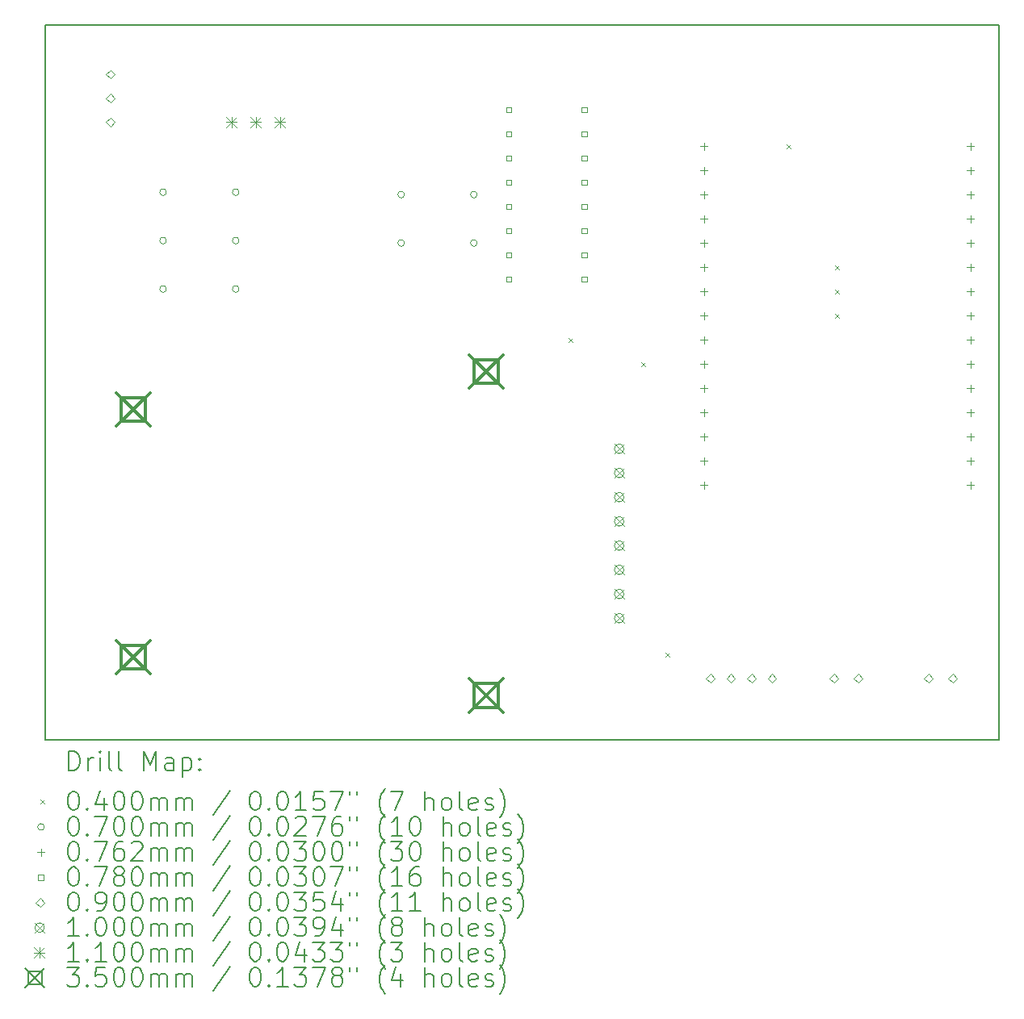
<source format=gbr>
%TF.GenerationSoftware,KiCad,Pcbnew,(6.0.11)*%
%TF.CreationDate,2023-02-17T23:10:36-08:00*%
%TF.ProjectId,badger,62616467-6572-42e6-9b69-6361645f7063,Original*%
%TF.SameCoordinates,Original*%
%TF.FileFunction,Drillmap*%
%TF.FilePolarity,Positive*%
%FSLAX45Y45*%
G04 Gerber Fmt 4.5, Leading zero omitted, Abs format (unit mm)*
G04 Created by KiCad (PCBNEW (6.0.11)) date 2023-02-17 23:10:36*
%MOMM*%
%LPD*%
G01*
G04 APERTURE LIST*
%ADD10C,0.200000*%
%ADD11C,0.040000*%
%ADD12C,0.070000*%
%ADD13C,0.076200*%
%ADD14C,0.078000*%
%ADD15C,0.090000*%
%ADD16C,0.100000*%
%ADD17C,0.110000*%
%ADD18C,0.350000*%
G04 APERTURE END LIST*
D10*
X12018000Y-5842000D02*
X22018000Y-5842000D01*
X22018000Y-5842000D02*
X22018000Y-13342000D01*
X22018000Y-13342000D02*
X12018000Y-13342000D01*
X12018000Y-13342000D02*
X12018000Y-5842000D01*
D11*
X17506000Y-9124000D02*
X17546000Y-9164000D01*
X17546000Y-9124000D02*
X17506000Y-9164000D01*
X18268000Y-9378000D02*
X18308000Y-9418000D01*
X18308000Y-9378000D02*
X18268000Y-9418000D01*
X18522000Y-12426000D02*
X18562000Y-12466000D01*
X18562000Y-12426000D02*
X18522000Y-12466000D01*
X19792000Y-7092000D02*
X19832000Y-7132000D01*
X19832000Y-7092000D02*
X19792000Y-7132000D01*
X20300000Y-8362000D02*
X20340000Y-8402000D01*
X20340000Y-8362000D02*
X20300000Y-8402000D01*
X20300000Y-8616000D02*
X20340000Y-8656000D01*
X20340000Y-8616000D02*
X20300000Y-8656000D01*
X20300000Y-8870000D02*
X20340000Y-8910000D01*
X20340000Y-8870000D02*
X20300000Y-8910000D01*
D12*
X13287000Y-7594000D02*
G75*
G03*
X13287000Y-7594000I-35000J0D01*
G01*
X13287000Y-8102000D02*
G75*
G03*
X13287000Y-8102000I-35000J0D01*
G01*
X13287000Y-8610000D02*
G75*
G03*
X13287000Y-8610000I-35000J0D01*
G01*
X14049000Y-7594000D02*
G75*
G03*
X14049000Y-7594000I-35000J0D01*
G01*
X14049000Y-8102000D02*
G75*
G03*
X14049000Y-8102000I-35000J0D01*
G01*
X14049000Y-8610000D02*
G75*
G03*
X14049000Y-8610000I-35000J0D01*
G01*
X15783000Y-7620000D02*
G75*
G03*
X15783000Y-7620000I-35000J0D01*
G01*
X15783000Y-8128000D02*
G75*
G03*
X15783000Y-8128000I-35000J0D01*
G01*
X16545000Y-7620000D02*
G75*
G03*
X16545000Y-7620000I-35000J0D01*
G01*
X16545000Y-8128000D02*
G75*
G03*
X16545000Y-8128000I-35000J0D01*
G01*
D13*
X18923000Y-7073900D02*
X18923000Y-7150100D01*
X18884900Y-7112000D02*
X18961100Y-7112000D01*
X18923000Y-7327900D02*
X18923000Y-7404100D01*
X18884900Y-7366000D02*
X18961100Y-7366000D01*
X18923000Y-7581900D02*
X18923000Y-7658100D01*
X18884900Y-7620000D02*
X18961100Y-7620000D01*
X18923000Y-7835900D02*
X18923000Y-7912100D01*
X18884900Y-7874000D02*
X18961100Y-7874000D01*
X18923000Y-8089900D02*
X18923000Y-8166100D01*
X18884900Y-8128000D02*
X18961100Y-8128000D01*
X18923000Y-8343900D02*
X18923000Y-8420100D01*
X18884900Y-8382000D02*
X18961100Y-8382000D01*
X18923000Y-8597900D02*
X18923000Y-8674100D01*
X18884900Y-8636000D02*
X18961100Y-8636000D01*
X18923000Y-8851900D02*
X18923000Y-8928100D01*
X18884900Y-8890000D02*
X18961100Y-8890000D01*
X18923000Y-9105900D02*
X18923000Y-9182100D01*
X18884900Y-9144000D02*
X18961100Y-9144000D01*
X18923000Y-9359900D02*
X18923000Y-9436100D01*
X18884900Y-9398000D02*
X18961100Y-9398000D01*
X18923000Y-9613900D02*
X18923000Y-9690100D01*
X18884900Y-9652000D02*
X18961100Y-9652000D01*
X18923000Y-9867900D02*
X18923000Y-9944100D01*
X18884900Y-9906000D02*
X18961100Y-9906000D01*
X18923000Y-10121900D02*
X18923000Y-10198100D01*
X18884900Y-10160000D02*
X18961100Y-10160000D01*
X18923000Y-10375900D02*
X18923000Y-10452100D01*
X18884900Y-10414000D02*
X18961100Y-10414000D01*
X18923000Y-10629900D02*
X18923000Y-10706100D01*
X18884900Y-10668000D02*
X18961100Y-10668000D01*
X21717000Y-7073900D02*
X21717000Y-7150100D01*
X21678900Y-7112000D02*
X21755100Y-7112000D01*
X21717000Y-7327900D02*
X21717000Y-7404100D01*
X21678900Y-7366000D02*
X21755100Y-7366000D01*
X21717000Y-7581900D02*
X21717000Y-7658100D01*
X21678900Y-7620000D02*
X21755100Y-7620000D01*
X21717000Y-7835900D02*
X21717000Y-7912100D01*
X21678900Y-7874000D02*
X21755100Y-7874000D01*
X21717000Y-8089900D02*
X21717000Y-8166100D01*
X21678900Y-8128000D02*
X21755100Y-8128000D01*
X21717000Y-8343900D02*
X21717000Y-8420100D01*
X21678900Y-8382000D02*
X21755100Y-8382000D01*
X21717000Y-8597900D02*
X21717000Y-8674100D01*
X21678900Y-8636000D02*
X21755100Y-8636000D01*
X21717000Y-8851900D02*
X21717000Y-8928100D01*
X21678900Y-8890000D02*
X21755100Y-8890000D01*
X21717000Y-9105900D02*
X21717000Y-9182100D01*
X21678900Y-9144000D02*
X21755100Y-9144000D01*
X21717000Y-9359900D02*
X21717000Y-9436100D01*
X21678900Y-9398000D02*
X21755100Y-9398000D01*
X21717000Y-9613900D02*
X21717000Y-9690100D01*
X21678900Y-9652000D02*
X21755100Y-9652000D01*
X21717000Y-9867900D02*
X21717000Y-9944100D01*
X21678900Y-9906000D02*
X21755100Y-9906000D01*
X21717000Y-10121900D02*
X21717000Y-10198100D01*
X21678900Y-10160000D02*
X21755100Y-10160000D01*
X21717000Y-10375900D02*
X21717000Y-10452100D01*
X21678900Y-10414000D02*
X21755100Y-10414000D01*
X21717000Y-10629900D02*
X21717000Y-10706100D01*
X21678900Y-10668000D02*
X21755100Y-10668000D01*
D14*
X16902577Y-6758577D02*
X16902577Y-6703423D01*
X16847423Y-6703423D01*
X16847423Y-6758577D01*
X16902577Y-6758577D01*
X16902577Y-7012577D02*
X16902577Y-6957423D01*
X16847423Y-6957423D01*
X16847423Y-7012577D01*
X16902577Y-7012577D01*
X16902577Y-7266577D02*
X16902577Y-7211423D01*
X16847423Y-7211423D01*
X16847423Y-7266577D01*
X16902577Y-7266577D01*
X16902577Y-7520577D02*
X16902577Y-7465423D01*
X16847423Y-7465423D01*
X16847423Y-7520577D01*
X16902577Y-7520577D01*
X16902577Y-7774577D02*
X16902577Y-7719423D01*
X16847423Y-7719423D01*
X16847423Y-7774577D01*
X16902577Y-7774577D01*
X16902577Y-8028577D02*
X16902577Y-7973423D01*
X16847423Y-7973423D01*
X16847423Y-8028577D01*
X16902577Y-8028577D01*
X16902577Y-8282577D02*
X16902577Y-8227423D01*
X16847423Y-8227423D01*
X16847423Y-8282577D01*
X16902577Y-8282577D01*
X16902577Y-8536577D02*
X16902577Y-8481423D01*
X16847423Y-8481423D01*
X16847423Y-8536577D01*
X16902577Y-8536577D01*
X17696577Y-6758577D02*
X17696577Y-6703423D01*
X17641423Y-6703423D01*
X17641423Y-6758577D01*
X17696577Y-6758577D01*
X17696577Y-7012577D02*
X17696577Y-6957423D01*
X17641423Y-6957423D01*
X17641423Y-7012577D01*
X17696577Y-7012577D01*
X17696577Y-7266577D02*
X17696577Y-7211423D01*
X17641423Y-7211423D01*
X17641423Y-7266577D01*
X17696577Y-7266577D01*
X17696577Y-7520577D02*
X17696577Y-7465423D01*
X17641423Y-7465423D01*
X17641423Y-7520577D01*
X17696577Y-7520577D01*
X17696577Y-7774577D02*
X17696577Y-7719423D01*
X17641423Y-7719423D01*
X17641423Y-7774577D01*
X17696577Y-7774577D01*
X17696577Y-8028577D02*
X17696577Y-7973423D01*
X17641423Y-7973423D01*
X17641423Y-8028577D01*
X17696577Y-8028577D01*
X17696577Y-8282577D02*
X17696577Y-8227423D01*
X17641423Y-8227423D01*
X17641423Y-8282577D01*
X17696577Y-8282577D01*
X17696577Y-8536577D02*
X17696577Y-8481423D01*
X17641423Y-8481423D01*
X17641423Y-8536577D01*
X17696577Y-8536577D01*
D15*
X12700000Y-6403000D02*
X12745000Y-6358000D01*
X12700000Y-6313000D01*
X12655000Y-6358000D01*
X12700000Y-6403000D01*
X12700000Y-6653000D02*
X12745000Y-6608000D01*
X12700000Y-6563000D01*
X12655000Y-6608000D01*
X12700000Y-6653000D01*
X12700000Y-6903000D02*
X12745000Y-6858000D01*
X12700000Y-6813000D01*
X12655000Y-6858000D01*
X12700000Y-6903000D01*
X18990000Y-12741000D02*
X19035000Y-12696000D01*
X18990000Y-12651000D01*
X18945000Y-12696000D01*
X18990000Y-12741000D01*
X19205900Y-12741000D02*
X19250900Y-12696000D01*
X19205900Y-12651000D01*
X19160900Y-12696000D01*
X19205900Y-12741000D01*
X19421800Y-12741000D02*
X19466800Y-12696000D01*
X19421800Y-12651000D01*
X19376800Y-12696000D01*
X19421800Y-12741000D01*
X19637700Y-12741000D02*
X19682700Y-12696000D01*
X19637700Y-12651000D01*
X19592700Y-12696000D01*
X19637700Y-12741000D01*
X20286000Y-12741000D02*
X20331000Y-12696000D01*
X20286000Y-12651000D01*
X20241000Y-12696000D01*
X20286000Y-12741000D01*
X20540000Y-12741000D02*
X20585000Y-12696000D01*
X20540000Y-12651000D01*
X20495000Y-12696000D01*
X20540000Y-12741000D01*
X21276000Y-12741000D02*
X21321000Y-12696000D01*
X21276000Y-12651000D01*
X21231000Y-12696000D01*
X21276000Y-12741000D01*
X21530000Y-12741000D02*
X21575000Y-12696000D01*
X21530000Y-12651000D01*
X21485000Y-12696000D01*
X21530000Y-12741000D01*
D16*
X17984000Y-10237000D02*
X18084000Y-10337000D01*
X18084000Y-10237000D02*
X17984000Y-10337000D01*
X18084000Y-10287000D02*
G75*
G03*
X18084000Y-10287000I-50000J0D01*
G01*
X17984000Y-10491000D02*
X18084000Y-10591000D01*
X18084000Y-10491000D02*
X17984000Y-10591000D01*
X18084000Y-10541000D02*
G75*
G03*
X18084000Y-10541000I-50000J0D01*
G01*
X17984000Y-10745000D02*
X18084000Y-10845000D01*
X18084000Y-10745000D02*
X17984000Y-10845000D01*
X18084000Y-10795000D02*
G75*
G03*
X18084000Y-10795000I-50000J0D01*
G01*
X17984000Y-10999000D02*
X18084000Y-11099000D01*
X18084000Y-10999000D02*
X17984000Y-11099000D01*
X18084000Y-11049000D02*
G75*
G03*
X18084000Y-11049000I-50000J0D01*
G01*
X17984000Y-11253000D02*
X18084000Y-11353000D01*
X18084000Y-11253000D02*
X17984000Y-11353000D01*
X18084000Y-11303000D02*
G75*
G03*
X18084000Y-11303000I-50000J0D01*
G01*
X17984000Y-11507000D02*
X18084000Y-11607000D01*
X18084000Y-11507000D02*
X17984000Y-11607000D01*
X18084000Y-11557000D02*
G75*
G03*
X18084000Y-11557000I-50000J0D01*
G01*
X17984000Y-11761000D02*
X18084000Y-11861000D01*
X18084000Y-11761000D02*
X17984000Y-11861000D01*
X18084000Y-11811000D02*
G75*
G03*
X18084000Y-11811000I-50000J0D01*
G01*
X17984000Y-12015000D02*
X18084000Y-12115000D01*
X18084000Y-12015000D02*
X17984000Y-12115000D01*
X18084000Y-12065000D02*
G75*
G03*
X18084000Y-12065000I-50000J0D01*
G01*
D17*
X13915000Y-6803000D02*
X14025000Y-6913000D01*
X14025000Y-6803000D02*
X13915000Y-6913000D01*
X13970000Y-6803000D02*
X13970000Y-6913000D01*
X13915000Y-6858000D02*
X14025000Y-6858000D01*
X14169000Y-6803000D02*
X14279000Y-6913000D01*
X14279000Y-6803000D02*
X14169000Y-6913000D01*
X14224000Y-6803000D02*
X14224000Y-6913000D01*
X14169000Y-6858000D02*
X14279000Y-6858000D01*
X14423000Y-6803000D02*
X14533000Y-6913000D01*
X14533000Y-6803000D02*
X14423000Y-6913000D01*
X14478000Y-6803000D02*
X14478000Y-6913000D01*
X14423000Y-6858000D02*
X14533000Y-6858000D01*
D18*
X12765000Y-9701000D02*
X13115000Y-10051000D01*
X13115000Y-9701000D02*
X12765000Y-10051000D01*
X13063745Y-9999745D02*
X13063745Y-9752255D01*
X12816255Y-9752255D01*
X12816255Y-9999745D01*
X13063745Y-9999745D01*
X12765000Y-12301000D02*
X13115000Y-12651000D01*
X13115000Y-12301000D02*
X12765000Y-12651000D01*
X13063745Y-12599745D02*
X13063745Y-12352255D01*
X12816255Y-12352255D01*
X12816255Y-12599745D01*
X13063745Y-12599745D01*
X16465000Y-9301000D02*
X16815000Y-9651000D01*
X16815000Y-9301000D02*
X16465000Y-9651000D01*
X16763745Y-9599745D02*
X16763745Y-9352255D01*
X16516255Y-9352255D01*
X16516255Y-9599745D01*
X16763745Y-9599745D01*
X16465000Y-12701000D02*
X16815000Y-13051000D01*
X16815000Y-12701000D02*
X16465000Y-13051000D01*
X16763745Y-12999745D02*
X16763745Y-12752255D01*
X16516255Y-12752255D01*
X16516255Y-12999745D01*
X16763745Y-12999745D01*
D10*
X12265619Y-13662476D02*
X12265619Y-13462476D01*
X12313238Y-13462476D01*
X12341809Y-13472000D01*
X12360857Y-13491048D01*
X12370381Y-13510095D01*
X12379905Y-13548190D01*
X12379905Y-13576762D01*
X12370381Y-13614857D01*
X12360857Y-13633905D01*
X12341809Y-13652952D01*
X12313238Y-13662476D01*
X12265619Y-13662476D01*
X12465619Y-13662476D02*
X12465619Y-13529143D01*
X12465619Y-13567238D02*
X12475143Y-13548190D01*
X12484667Y-13538667D01*
X12503714Y-13529143D01*
X12522762Y-13529143D01*
X12589428Y-13662476D02*
X12589428Y-13529143D01*
X12589428Y-13462476D02*
X12579905Y-13472000D01*
X12589428Y-13481524D01*
X12598952Y-13472000D01*
X12589428Y-13462476D01*
X12589428Y-13481524D01*
X12713238Y-13662476D02*
X12694190Y-13652952D01*
X12684667Y-13633905D01*
X12684667Y-13462476D01*
X12818000Y-13662476D02*
X12798952Y-13652952D01*
X12789428Y-13633905D01*
X12789428Y-13462476D01*
X13046571Y-13662476D02*
X13046571Y-13462476D01*
X13113238Y-13605333D01*
X13179905Y-13462476D01*
X13179905Y-13662476D01*
X13360857Y-13662476D02*
X13360857Y-13557714D01*
X13351333Y-13538667D01*
X13332286Y-13529143D01*
X13294190Y-13529143D01*
X13275143Y-13538667D01*
X13360857Y-13652952D02*
X13341809Y-13662476D01*
X13294190Y-13662476D01*
X13275143Y-13652952D01*
X13265619Y-13633905D01*
X13265619Y-13614857D01*
X13275143Y-13595809D01*
X13294190Y-13586286D01*
X13341809Y-13586286D01*
X13360857Y-13576762D01*
X13456095Y-13529143D02*
X13456095Y-13729143D01*
X13456095Y-13538667D02*
X13475143Y-13529143D01*
X13513238Y-13529143D01*
X13532286Y-13538667D01*
X13541809Y-13548190D01*
X13551333Y-13567238D01*
X13551333Y-13624381D01*
X13541809Y-13643428D01*
X13532286Y-13652952D01*
X13513238Y-13662476D01*
X13475143Y-13662476D01*
X13456095Y-13652952D01*
X13637048Y-13643428D02*
X13646571Y-13652952D01*
X13637048Y-13662476D01*
X13627524Y-13652952D01*
X13637048Y-13643428D01*
X13637048Y-13662476D01*
X13637048Y-13538667D02*
X13646571Y-13548190D01*
X13637048Y-13557714D01*
X13627524Y-13548190D01*
X13637048Y-13538667D01*
X13637048Y-13557714D01*
D11*
X11968000Y-13972000D02*
X12008000Y-14012000D01*
X12008000Y-13972000D02*
X11968000Y-14012000D01*
D10*
X12303714Y-13882476D02*
X12322762Y-13882476D01*
X12341809Y-13892000D01*
X12351333Y-13901524D01*
X12360857Y-13920571D01*
X12370381Y-13958667D01*
X12370381Y-14006286D01*
X12360857Y-14044381D01*
X12351333Y-14063428D01*
X12341809Y-14072952D01*
X12322762Y-14082476D01*
X12303714Y-14082476D01*
X12284667Y-14072952D01*
X12275143Y-14063428D01*
X12265619Y-14044381D01*
X12256095Y-14006286D01*
X12256095Y-13958667D01*
X12265619Y-13920571D01*
X12275143Y-13901524D01*
X12284667Y-13892000D01*
X12303714Y-13882476D01*
X12456095Y-14063428D02*
X12465619Y-14072952D01*
X12456095Y-14082476D01*
X12446571Y-14072952D01*
X12456095Y-14063428D01*
X12456095Y-14082476D01*
X12637048Y-13949143D02*
X12637048Y-14082476D01*
X12589428Y-13872952D02*
X12541809Y-14015809D01*
X12665619Y-14015809D01*
X12779905Y-13882476D02*
X12798952Y-13882476D01*
X12818000Y-13892000D01*
X12827524Y-13901524D01*
X12837048Y-13920571D01*
X12846571Y-13958667D01*
X12846571Y-14006286D01*
X12837048Y-14044381D01*
X12827524Y-14063428D01*
X12818000Y-14072952D01*
X12798952Y-14082476D01*
X12779905Y-14082476D01*
X12760857Y-14072952D01*
X12751333Y-14063428D01*
X12741809Y-14044381D01*
X12732286Y-14006286D01*
X12732286Y-13958667D01*
X12741809Y-13920571D01*
X12751333Y-13901524D01*
X12760857Y-13892000D01*
X12779905Y-13882476D01*
X12970381Y-13882476D02*
X12989428Y-13882476D01*
X13008476Y-13892000D01*
X13018000Y-13901524D01*
X13027524Y-13920571D01*
X13037048Y-13958667D01*
X13037048Y-14006286D01*
X13027524Y-14044381D01*
X13018000Y-14063428D01*
X13008476Y-14072952D01*
X12989428Y-14082476D01*
X12970381Y-14082476D01*
X12951333Y-14072952D01*
X12941809Y-14063428D01*
X12932286Y-14044381D01*
X12922762Y-14006286D01*
X12922762Y-13958667D01*
X12932286Y-13920571D01*
X12941809Y-13901524D01*
X12951333Y-13892000D01*
X12970381Y-13882476D01*
X13122762Y-14082476D02*
X13122762Y-13949143D01*
X13122762Y-13968190D02*
X13132286Y-13958667D01*
X13151333Y-13949143D01*
X13179905Y-13949143D01*
X13198952Y-13958667D01*
X13208476Y-13977714D01*
X13208476Y-14082476D01*
X13208476Y-13977714D02*
X13218000Y-13958667D01*
X13237048Y-13949143D01*
X13265619Y-13949143D01*
X13284667Y-13958667D01*
X13294190Y-13977714D01*
X13294190Y-14082476D01*
X13389428Y-14082476D02*
X13389428Y-13949143D01*
X13389428Y-13968190D02*
X13398952Y-13958667D01*
X13418000Y-13949143D01*
X13446571Y-13949143D01*
X13465619Y-13958667D01*
X13475143Y-13977714D01*
X13475143Y-14082476D01*
X13475143Y-13977714D02*
X13484667Y-13958667D01*
X13503714Y-13949143D01*
X13532286Y-13949143D01*
X13551333Y-13958667D01*
X13560857Y-13977714D01*
X13560857Y-14082476D01*
X13951333Y-13872952D02*
X13779905Y-14130095D01*
X14208476Y-13882476D02*
X14227524Y-13882476D01*
X14246571Y-13892000D01*
X14256095Y-13901524D01*
X14265619Y-13920571D01*
X14275143Y-13958667D01*
X14275143Y-14006286D01*
X14265619Y-14044381D01*
X14256095Y-14063428D01*
X14246571Y-14072952D01*
X14227524Y-14082476D01*
X14208476Y-14082476D01*
X14189428Y-14072952D01*
X14179905Y-14063428D01*
X14170381Y-14044381D01*
X14160857Y-14006286D01*
X14160857Y-13958667D01*
X14170381Y-13920571D01*
X14179905Y-13901524D01*
X14189428Y-13892000D01*
X14208476Y-13882476D01*
X14360857Y-14063428D02*
X14370381Y-14072952D01*
X14360857Y-14082476D01*
X14351333Y-14072952D01*
X14360857Y-14063428D01*
X14360857Y-14082476D01*
X14494190Y-13882476D02*
X14513238Y-13882476D01*
X14532286Y-13892000D01*
X14541809Y-13901524D01*
X14551333Y-13920571D01*
X14560857Y-13958667D01*
X14560857Y-14006286D01*
X14551333Y-14044381D01*
X14541809Y-14063428D01*
X14532286Y-14072952D01*
X14513238Y-14082476D01*
X14494190Y-14082476D01*
X14475143Y-14072952D01*
X14465619Y-14063428D01*
X14456095Y-14044381D01*
X14446571Y-14006286D01*
X14446571Y-13958667D01*
X14456095Y-13920571D01*
X14465619Y-13901524D01*
X14475143Y-13892000D01*
X14494190Y-13882476D01*
X14751333Y-14082476D02*
X14637048Y-14082476D01*
X14694190Y-14082476D02*
X14694190Y-13882476D01*
X14675143Y-13911048D01*
X14656095Y-13930095D01*
X14637048Y-13939619D01*
X14932286Y-13882476D02*
X14837048Y-13882476D01*
X14827524Y-13977714D01*
X14837048Y-13968190D01*
X14856095Y-13958667D01*
X14903714Y-13958667D01*
X14922762Y-13968190D01*
X14932286Y-13977714D01*
X14941809Y-13996762D01*
X14941809Y-14044381D01*
X14932286Y-14063428D01*
X14922762Y-14072952D01*
X14903714Y-14082476D01*
X14856095Y-14082476D01*
X14837048Y-14072952D01*
X14827524Y-14063428D01*
X15008476Y-13882476D02*
X15141809Y-13882476D01*
X15056095Y-14082476D01*
X15208476Y-13882476D02*
X15208476Y-13920571D01*
X15284667Y-13882476D02*
X15284667Y-13920571D01*
X15579905Y-14158667D02*
X15570381Y-14149143D01*
X15551333Y-14120571D01*
X15541809Y-14101524D01*
X15532286Y-14072952D01*
X15522762Y-14025333D01*
X15522762Y-13987238D01*
X15532286Y-13939619D01*
X15541809Y-13911048D01*
X15551333Y-13892000D01*
X15570381Y-13863428D01*
X15579905Y-13853905D01*
X15637048Y-13882476D02*
X15770381Y-13882476D01*
X15684667Y-14082476D01*
X15998952Y-14082476D02*
X15998952Y-13882476D01*
X16084667Y-14082476D02*
X16084667Y-13977714D01*
X16075143Y-13958667D01*
X16056095Y-13949143D01*
X16027524Y-13949143D01*
X16008476Y-13958667D01*
X15998952Y-13968190D01*
X16208476Y-14082476D02*
X16189428Y-14072952D01*
X16179905Y-14063428D01*
X16170381Y-14044381D01*
X16170381Y-13987238D01*
X16179905Y-13968190D01*
X16189428Y-13958667D01*
X16208476Y-13949143D01*
X16237048Y-13949143D01*
X16256095Y-13958667D01*
X16265619Y-13968190D01*
X16275143Y-13987238D01*
X16275143Y-14044381D01*
X16265619Y-14063428D01*
X16256095Y-14072952D01*
X16237048Y-14082476D01*
X16208476Y-14082476D01*
X16389428Y-14082476D02*
X16370381Y-14072952D01*
X16360857Y-14053905D01*
X16360857Y-13882476D01*
X16541809Y-14072952D02*
X16522762Y-14082476D01*
X16484667Y-14082476D01*
X16465619Y-14072952D01*
X16456095Y-14053905D01*
X16456095Y-13977714D01*
X16465619Y-13958667D01*
X16484667Y-13949143D01*
X16522762Y-13949143D01*
X16541809Y-13958667D01*
X16551333Y-13977714D01*
X16551333Y-13996762D01*
X16456095Y-14015809D01*
X16627524Y-14072952D02*
X16646571Y-14082476D01*
X16684667Y-14082476D01*
X16703714Y-14072952D01*
X16713238Y-14053905D01*
X16713238Y-14044381D01*
X16703714Y-14025333D01*
X16684667Y-14015809D01*
X16656095Y-14015809D01*
X16637048Y-14006286D01*
X16627524Y-13987238D01*
X16627524Y-13977714D01*
X16637048Y-13958667D01*
X16656095Y-13949143D01*
X16684667Y-13949143D01*
X16703714Y-13958667D01*
X16779905Y-14158667D02*
X16789429Y-14149143D01*
X16808476Y-14120571D01*
X16818000Y-14101524D01*
X16827524Y-14072952D01*
X16837048Y-14025333D01*
X16837048Y-13987238D01*
X16827524Y-13939619D01*
X16818000Y-13911048D01*
X16808476Y-13892000D01*
X16789429Y-13863428D01*
X16779905Y-13853905D01*
D12*
X12008000Y-14256000D02*
G75*
G03*
X12008000Y-14256000I-35000J0D01*
G01*
D10*
X12303714Y-14146476D02*
X12322762Y-14146476D01*
X12341809Y-14156000D01*
X12351333Y-14165524D01*
X12360857Y-14184571D01*
X12370381Y-14222667D01*
X12370381Y-14270286D01*
X12360857Y-14308381D01*
X12351333Y-14327428D01*
X12341809Y-14336952D01*
X12322762Y-14346476D01*
X12303714Y-14346476D01*
X12284667Y-14336952D01*
X12275143Y-14327428D01*
X12265619Y-14308381D01*
X12256095Y-14270286D01*
X12256095Y-14222667D01*
X12265619Y-14184571D01*
X12275143Y-14165524D01*
X12284667Y-14156000D01*
X12303714Y-14146476D01*
X12456095Y-14327428D02*
X12465619Y-14336952D01*
X12456095Y-14346476D01*
X12446571Y-14336952D01*
X12456095Y-14327428D01*
X12456095Y-14346476D01*
X12532286Y-14146476D02*
X12665619Y-14146476D01*
X12579905Y-14346476D01*
X12779905Y-14146476D02*
X12798952Y-14146476D01*
X12818000Y-14156000D01*
X12827524Y-14165524D01*
X12837048Y-14184571D01*
X12846571Y-14222667D01*
X12846571Y-14270286D01*
X12837048Y-14308381D01*
X12827524Y-14327428D01*
X12818000Y-14336952D01*
X12798952Y-14346476D01*
X12779905Y-14346476D01*
X12760857Y-14336952D01*
X12751333Y-14327428D01*
X12741809Y-14308381D01*
X12732286Y-14270286D01*
X12732286Y-14222667D01*
X12741809Y-14184571D01*
X12751333Y-14165524D01*
X12760857Y-14156000D01*
X12779905Y-14146476D01*
X12970381Y-14146476D02*
X12989428Y-14146476D01*
X13008476Y-14156000D01*
X13018000Y-14165524D01*
X13027524Y-14184571D01*
X13037048Y-14222667D01*
X13037048Y-14270286D01*
X13027524Y-14308381D01*
X13018000Y-14327428D01*
X13008476Y-14336952D01*
X12989428Y-14346476D01*
X12970381Y-14346476D01*
X12951333Y-14336952D01*
X12941809Y-14327428D01*
X12932286Y-14308381D01*
X12922762Y-14270286D01*
X12922762Y-14222667D01*
X12932286Y-14184571D01*
X12941809Y-14165524D01*
X12951333Y-14156000D01*
X12970381Y-14146476D01*
X13122762Y-14346476D02*
X13122762Y-14213143D01*
X13122762Y-14232190D02*
X13132286Y-14222667D01*
X13151333Y-14213143D01*
X13179905Y-14213143D01*
X13198952Y-14222667D01*
X13208476Y-14241714D01*
X13208476Y-14346476D01*
X13208476Y-14241714D02*
X13218000Y-14222667D01*
X13237048Y-14213143D01*
X13265619Y-14213143D01*
X13284667Y-14222667D01*
X13294190Y-14241714D01*
X13294190Y-14346476D01*
X13389428Y-14346476D02*
X13389428Y-14213143D01*
X13389428Y-14232190D02*
X13398952Y-14222667D01*
X13418000Y-14213143D01*
X13446571Y-14213143D01*
X13465619Y-14222667D01*
X13475143Y-14241714D01*
X13475143Y-14346476D01*
X13475143Y-14241714D02*
X13484667Y-14222667D01*
X13503714Y-14213143D01*
X13532286Y-14213143D01*
X13551333Y-14222667D01*
X13560857Y-14241714D01*
X13560857Y-14346476D01*
X13951333Y-14136952D02*
X13779905Y-14394095D01*
X14208476Y-14146476D02*
X14227524Y-14146476D01*
X14246571Y-14156000D01*
X14256095Y-14165524D01*
X14265619Y-14184571D01*
X14275143Y-14222667D01*
X14275143Y-14270286D01*
X14265619Y-14308381D01*
X14256095Y-14327428D01*
X14246571Y-14336952D01*
X14227524Y-14346476D01*
X14208476Y-14346476D01*
X14189428Y-14336952D01*
X14179905Y-14327428D01*
X14170381Y-14308381D01*
X14160857Y-14270286D01*
X14160857Y-14222667D01*
X14170381Y-14184571D01*
X14179905Y-14165524D01*
X14189428Y-14156000D01*
X14208476Y-14146476D01*
X14360857Y-14327428D02*
X14370381Y-14336952D01*
X14360857Y-14346476D01*
X14351333Y-14336952D01*
X14360857Y-14327428D01*
X14360857Y-14346476D01*
X14494190Y-14146476D02*
X14513238Y-14146476D01*
X14532286Y-14156000D01*
X14541809Y-14165524D01*
X14551333Y-14184571D01*
X14560857Y-14222667D01*
X14560857Y-14270286D01*
X14551333Y-14308381D01*
X14541809Y-14327428D01*
X14532286Y-14336952D01*
X14513238Y-14346476D01*
X14494190Y-14346476D01*
X14475143Y-14336952D01*
X14465619Y-14327428D01*
X14456095Y-14308381D01*
X14446571Y-14270286D01*
X14446571Y-14222667D01*
X14456095Y-14184571D01*
X14465619Y-14165524D01*
X14475143Y-14156000D01*
X14494190Y-14146476D01*
X14637048Y-14165524D02*
X14646571Y-14156000D01*
X14665619Y-14146476D01*
X14713238Y-14146476D01*
X14732286Y-14156000D01*
X14741809Y-14165524D01*
X14751333Y-14184571D01*
X14751333Y-14203619D01*
X14741809Y-14232190D01*
X14627524Y-14346476D01*
X14751333Y-14346476D01*
X14818000Y-14146476D02*
X14951333Y-14146476D01*
X14865619Y-14346476D01*
X15113238Y-14146476D02*
X15075143Y-14146476D01*
X15056095Y-14156000D01*
X15046571Y-14165524D01*
X15027524Y-14194095D01*
X15018000Y-14232190D01*
X15018000Y-14308381D01*
X15027524Y-14327428D01*
X15037048Y-14336952D01*
X15056095Y-14346476D01*
X15094190Y-14346476D01*
X15113238Y-14336952D01*
X15122762Y-14327428D01*
X15132286Y-14308381D01*
X15132286Y-14260762D01*
X15122762Y-14241714D01*
X15113238Y-14232190D01*
X15094190Y-14222667D01*
X15056095Y-14222667D01*
X15037048Y-14232190D01*
X15027524Y-14241714D01*
X15018000Y-14260762D01*
X15208476Y-14146476D02*
X15208476Y-14184571D01*
X15284667Y-14146476D02*
X15284667Y-14184571D01*
X15579905Y-14422667D02*
X15570381Y-14413143D01*
X15551333Y-14384571D01*
X15541809Y-14365524D01*
X15532286Y-14336952D01*
X15522762Y-14289333D01*
X15522762Y-14251238D01*
X15532286Y-14203619D01*
X15541809Y-14175048D01*
X15551333Y-14156000D01*
X15570381Y-14127428D01*
X15579905Y-14117905D01*
X15760857Y-14346476D02*
X15646571Y-14346476D01*
X15703714Y-14346476D02*
X15703714Y-14146476D01*
X15684667Y-14175048D01*
X15665619Y-14194095D01*
X15646571Y-14203619D01*
X15884667Y-14146476D02*
X15903714Y-14146476D01*
X15922762Y-14156000D01*
X15932286Y-14165524D01*
X15941809Y-14184571D01*
X15951333Y-14222667D01*
X15951333Y-14270286D01*
X15941809Y-14308381D01*
X15932286Y-14327428D01*
X15922762Y-14336952D01*
X15903714Y-14346476D01*
X15884667Y-14346476D01*
X15865619Y-14336952D01*
X15856095Y-14327428D01*
X15846571Y-14308381D01*
X15837048Y-14270286D01*
X15837048Y-14222667D01*
X15846571Y-14184571D01*
X15856095Y-14165524D01*
X15865619Y-14156000D01*
X15884667Y-14146476D01*
X16189428Y-14346476D02*
X16189428Y-14146476D01*
X16275143Y-14346476D02*
X16275143Y-14241714D01*
X16265619Y-14222667D01*
X16246571Y-14213143D01*
X16218000Y-14213143D01*
X16198952Y-14222667D01*
X16189428Y-14232190D01*
X16398952Y-14346476D02*
X16379905Y-14336952D01*
X16370381Y-14327428D01*
X16360857Y-14308381D01*
X16360857Y-14251238D01*
X16370381Y-14232190D01*
X16379905Y-14222667D01*
X16398952Y-14213143D01*
X16427524Y-14213143D01*
X16446571Y-14222667D01*
X16456095Y-14232190D01*
X16465619Y-14251238D01*
X16465619Y-14308381D01*
X16456095Y-14327428D01*
X16446571Y-14336952D01*
X16427524Y-14346476D01*
X16398952Y-14346476D01*
X16579905Y-14346476D02*
X16560857Y-14336952D01*
X16551333Y-14317905D01*
X16551333Y-14146476D01*
X16732286Y-14336952D02*
X16713238Y-14346476D01*
X16675143Y-14346476D01*
X16656095Y-14336952D01*
X16646571Y-14317905D01*
X16646571Y-14241714D01*
X16656095Y-14222667D01*
X16675143Y-14213143D01*
X16713238Y-14213143D01*
X16732286Y-14222667D01*
X16741809Y-14241714D01*
X16741809Y-14260762D01*
X16646571Y-14279809D01*
X16818000Y-14336952D02*
X16837048Y-14346476D01*
X16875143Y-14346476D01*
X16894190Y-14336952D01*
X16903714Y-14317905D01*
X16903714Y-14308381D01*
X16894190Y-14289333D01*
X16875143Y-14279809D01*
X16846571Y-14279809D01*
X16827524Y-14270286D01*
X16818000Y-14251238D01*
X16818000Y-14241714D01*
X16827524Y-14222667D01*
X16846571Y-14213143D01*
X16875143Y-14213143D01*
X16894190Y-14222667D01*
X16970381Y-14422667D02*
X16979905Y-14413143D01*
X16998952Y-14384571D01*
X17008476Y-14365524D01*
X17018000Y-14336952D01*
X17027524Y-14289333D01*
X17027524Y-14251238D01*
X17018000Y-14203619D01*
X17008476Y-14175048D01*
X16998952Y-14156000D01*
X16979905Y-14127428D01*
X16970381Y-14117905D01*
D13*
X11969900Y-14481900D02*
X11969900Y-14558100D01*
X11931800Y-14520000D02*
X12008000Y-14520000D01*
D10*
X12303714Y-14410476D02*
X12322762Y-14410476D01*
X12341809Y-14420000D01*
X12351333Y-14429524D01*
X12360857Y-14448571D01*
X12370381Y-14486667D01*
X12370381Y-14534286D01*
X12360857Y-14572381D01*
X12351333Y-14591428D01*
X12341809Y-14600952D01*
X12322762Y-14610476D01*
X12303714Y-14610476D01*
X12284667Y-14600952D01*
X12275143Y-14591428D01*
X12265619Y-14572381D01*
X12256095Y-14534286D01*
X12256095Y-14486667D01*
X12265619Y-14448571D01*
X12275143Y-14429524D01*
X12284667Y-14420000D01*
X12303714Y-14410476D01*
X12456095Y-14591428D02*
X12465619Y-14600952D01*
X12456095Y-14610476D01*
X12446571Y-14600952D01*
X12456095Y-14591428D01*
X12456095Y-14610476D01*
X12532286Y-14410476D02*
X12665619Y-14410476D01*
X12579905Y-14610476D01*
X12827524Y-14410476D02*
X12789428Y-14410476D01*
X12770381Y-14420000D01*
X12760857Y-14429524D01*
X12741809Y-14458095D01*
X12732286Y-14496190D01*
X12732286Y-14572381D01*
X12741809Y-14591428D01*
X12751333Y-14600952D01*
X12770381Y-14610476D01*
X12808476Y-14610476D01*
X12827524Y-14600952D01*
X12837048Y-14591428D01*
X12846571Y-14572381D01*
X12846571Y-14524762D01*
X12837048Y-14505714D01*
X12827524Y-14496190D01*
X12808476Y-14486667D01*
X12770381Y-14486667D01*
X12751333Y-14496190D01*
X12741809Y-14505714D01*
X12732286Y-14524762D01*
X12922762Y-14429524D02*
X12932286Y-14420000D01*
X12951333Y-14410476D01*
X12998952Y-14410476D01*
X13018000Y-14420000D01*
X13027524Y-14429524D01*
X13037048Y-14448571D01*
X13037048Y-14467619D01*
X13027524Y-14496190D01*
X12913238Y-14610476D01*
X13037048Y-14610476D01*
X13122762Y-14610476D02*
X13122762Y-14477143D01*
X13122762Y-14496190D02*
X13132286Y-14486667D01*
X13151333Y-14477143D01*
X13179905Y-14477143D01*
X13198952Y-14486667D01*
X13208476Y-14505714D01*
X13208476Y-14610476D01*
X13208476Y-14505714D02*
X13218000Y-14486667D01*
X13237048Y-14477143D01*
X13265619Y-14477143D01*
X13284667Y-14486667D01*
X13294190Y-14505714D01*
X13294190Y-14610476D01*
X13389428Y-14610476D02*
X13389428Y-14477143D01*
X13389428Y-14496190D02*
X13398952Y-14486667D01*
X13418000Y-14477143D01*
X13446571Y-14477143D01*
X13465619Y-14486667D01*
X13475143Y-14505714D01*
X13475143Y-14610476D01*
X13475143Y-14505714D02*
X13484667Y-14486667D01*
X13503714Y-14477143D01*
X13532286Y-14477143D01*
X13551333Y-14486667D01*
X13560857Y-14505714D01*
X13560857Y-14610476D01*
X13951333Y-14400952D02*
X13779905Y-14658095D01*
X14208476Y-14410476D02*
X14227524Y-14410476D01*
X14246571Y-14420000D01*
X14256095Y-14429524D01*
X14265619Y-14448571D01*
X14275143Y-14486667D01*
X14275143Y-14534286D01*
X14265619Y-14572381D01*
X14256095Y-14591428D01*
X14246571Y-14600952D01*
X14227524Y-14610476D01*
X14208476Y-14610476D01*
X14189428Y-14600952D01*
X14179905Y-14591428D01*
X14170381Y-14572381D01*
X14160857Y-14534286D01*
X14160857Y-14486667D01*
X14170381Y-14448571D01*
X14179905Y-14429524D01*
X14189428Y-14420000D01*
X14208476Y-14410476D01*
X14360857Y-14591428D02*
X14370381Y-14600952D01*
X14360857Y-14610476D01*
X14351333Y-14600952D01*
X14360857Y-14591428D01*
X14360857Y-14610476D01*
X14494190Y-14410476D02*
X14513238Y-14410476D01*
X14532286Y-14420000D01*
X14541809Y-14429524D01*
X14551333Y-14448571D01*
X14560857Y-14486667D01*
X14560857Y-14534286D01*
X14551333Y-14572381D01*
X14541809Y-14591428D01*
X14532286Y-14600952D01*
X14513238Y-14610476D01*
X14494190Y-14610476D01*
X14475143Y-14600952D01*
X14465619Y-14591428D01*
X14456095Y-14572381D01*
X14446571Y-14534286D01*
X14446571Y-14486667D01*
X14456095Y-14448571D01*
X14465619Y-14429524D01*
X14475143Y-14420000D01*
X14494190Y-14410476D01*
X14627524Y-14410476D02*
X14751333Y-14410476D01*
X14684667Y-14486667D01*
X14713238Y-14486667D01*
X14732286Y-14496190D01*
X14741809Y-14505714D01*
X14751333Y-14524762D01*
X14751333Y-14572381D01*
X14741809Y-14591428D01*
X14732286Y-14600952D01*
X14713238Y-14610476D01*
X14656095Y-14610476D01*
X14637048Y-14600952D01*
X14627524Y-14591428D01*
X14875143Y-14410476D02*
X14894190Y-14410476D01*
X14913238Y-14420000D01*
X14922762Y-14429524D01*
X14932286Y-14448571D01*
X14941809Y-14486667D01*
X14941809Y-14534286D01*
X14932286Y-14572381D01*
X14922762Y-14591428D01*
X14913238Y-14600952D01*
X14894190Y-14610476D01*
X14875143Y-14610476D01*
X14856095Y-14600952D01*
X14846571Y-14591428D01*
X14837048Y-14572381D01*
X14827524Y-14534286D01*
X14827524Y-14486667D01*
X14837048Y-14448571D01*
X14846571Y-14429524D01*
X14856095Y-14420000D01*
X14875143Y-14410476D01*
X15065619Y-14410476D02*
X15084667Y-14410476D01*
X15103714Y-14420000D01*
X15113238Y-14429524D01*
X15122762Y-14448571D01*
X15132286Y-14486667D01*
X15132286Y-14534286D01*
X15122762Y-14572381D01*
X15113238Y-14591428D01*
X15103714Y-14600952D01*
X15084667Y-14610476D01*
X15065619Y-14610476D01*
X15046571Y-14600952D01*
X15037048Y-14591428D01*
X15027524Y-14572381D01*
X15018000Y-14534286D01*
X15018000Y-14486667D01*
X15027524Y-14448571D01*
X15037048Y-14429524D01*
X15046571Y-14420000D01*
X15065619Y-14410476D01*
X15208476Y-14410476D02*
X15208476Y-14448571D01*
X15284667Y-14410476D02*
X15284667Y-14448571D01*
X15579905Y-14686667D02*
X15570381Y-14677143D01*
X15551333Y-14648571D01*
X15541809Y-14629524D01*
X15532286Y-14600952D01*
X15522762Y-14553333D01*
X15522762Y-14515238D01*
X15532286Y-14467619D01*
X15541809Y-14439048D01*
X15551333Y-14420000D01*
X15570381Y-14391428D01*
X15579905Y-14381905D01*
X15637048Y-14410476D02*
X15760857Y-14410476D01*
X15694190Y-14486667D01*
X15722762Y-14486667D01*
X15741809Y-14496190D01*
X15751333Y-14505714D01*
X15760857Y-14524762D01*
X15760857Y-14572381D01*
X15751333Y-14591428D01*
X15741809Y-14600952D01*
X15722762Y-14610476D01*
X15665619Y-14610476D01*
X15646571Y-14600952D01*
X15637048Y-14591428D01*
X15884667Y-14410476D02*
X15903714Y-14410476D01*
X15922762Y-14420000D01*
X15932286Y-14429524D01*
X15941809Y-14448571D01*
X15951333Y-14486667D01*
X15951333Y-14534286D01*
X15941809Y-14572381D01*
X15932286Y-14591428D01*
X15922762Y-14600952D01*
X15903714Y-14610476D01*
X15884667Y-14610476D01*
X15865619Y-14600952D01*
X15856095Y-14591428D01*
X15846571Y-14572381D01*
X15837048Y-14534286D01*
X15837048Y-14486667D01*
X15846571Y-14448571D01*
X15856095Y-14429524D01*
X15865619Y-14420000D01*
X15884667Y-14410476D01*
X16189428Y-14610476D02*
X16189428Y-14410476D01*
X16275143Y-14610476D02*
X16275143Y-14505714D01*
X16265619Y-14486667D01*
X16246571Y-14477143D01*
X16218000Y-14477143D01*
X16198952Y-14486667D01*
X16189428Y-14496190D01*
X16398952Y-14610476D02*
X16379905Y-14600952D01*
X16370381Y-14591428D01*
X16360857Y-14572381D01*
X16360857Y-14515238D01*
X16370381Y-14496190D01*
X16379905Y-14486667D01*
X16398952Y-14477143D01*
X16427524Y-14477143D01*
X16446571Y-14486667D01*
X16456095Y-14496190D01*
X16465619Y-14515238D01*
X16465619Y-14572381D01*
X16456095Y-14591428D01*
X16446571Y-14600952D01*
X16427524Y-14610476D01*
X16398952Y-14610476D01*
X16579905Y-14610476D02*
X16560857Y-14600952D01*
X16551333Y-14581905D01*
X16551333Y-14410476D01*
X16732286Y-14600952D02*
X16713238Y-14610476D01*
X16675143Y-14610476D01*
X16656095Y-14600952D01*
X16646571Y-14581905D01*
X16646571Y-14505714D01*
X16656095Y-14486667D01*
X16675143Y-14477143D01*
X16713238Y-14477143D01*
X16732286Y-14486667D01*
X16741809Y-14505714D01*
X16741809Y-14524762D01*
X16646571Y-14543809D01*
X16818000Y-14600952D02*
X16837048Y-14610476D01*
X16875143Y-14610476D01*
X16894190Y-14600952D01*
X16903714Y-14581905D01*
X16903714Y-14572381D01*
X16894190Y-14553333D01*
X16875143Y-14543809D01*
X16846571Y-14543809D01*
X16827524Y-14534286D01*
X16818000Y-14515238D01*
X16818000Y-14505714D01*
X16827524Y-14486667D01*
X16846571Y-14477143D01*
X16875143Y-14477143D01*
X16894190Y-14486667D01*
X16970381Y-14686667D02*
X16979905Y-14677143D01*
X16998952Y-14648571D01*
X17008476Y-14629524D01*
X17018000Y-14600952D01*
X17027524Y-14553333D01*
X17027524Y-14515238D01*
X17018000Y-14467619D01*
X17008476Y-14439048D01*
X16998952Y-14420000D01*
X16979905Y-14391428D01*
X16970381Y-14381905D01*
D14*
X11996577Y-14811577D02*
X11996577Y-14756423D01*
X11941423Y-14756423D01*
X11941423Y-14811577D01*
X11996577Y-14811577D01*
D10*
X12303714Y-14674476D02*
X12322762Y-14674476D01*
X12341809Y-14684000D01*
X12351333Y-14693524D01*
X12360857Y-14712571D01*
X12370381Y-14750667D01*
X12370381Y-14798286D01*
X12360857Y-14836381D01*
X12351333Y-14855428D01*
X12341809Y-14864952D01*
X12322762Y-14874476D01*
X12303714Y-14874476D01*
X12284667Y-14864952D01*
X12275143Y-14855428D01*
X12265619Y-14836381D01*
X12256095Y-14798286D01*
X12256095Y-14750667D01*
X12265619Y-14712571D01*
X12275143Y-14693524D01*
X12284667Y-14684000D01*
X12303714Y-14674476D01*
X12456095Y-14855428D02*
X12465619Y-14864952D01*
X12456095Y-14874476D01*
X12446571Y-14864952D01*
X12456095Y-14855428D01*
X12456095Y-14874476D01*
X12532286Y-14674476D02*
X12665619Y-14674476D01*
X12579905Y-14874476D01*
X12770381Y-14760190D02*
X12751333Y-14750667D01*
X12741809Y-14741143D01*
X12732286Y-14722095D01*
X12732286Y-14712571D01*
X12741809Y-14693524D01*
X12751333Y-14684000D01*
X12770381Y-14674476D01*
X12808476Y-14674476D01*
X12827524Y-14684000D01*
X12837048Y-14693524D01*
X12846571Y-14712571D01*
X12846571Y-14722095D01*
X12837048Y-14741143D01*
X12827524Y-14750667D01*
X12808476Y-14760190D01*
X12770381Y-14760190D01*
X12751333Y-14769714D01*
X12741809Y-14779238D01*
X12732286Y-14798286D01*
X12732286Y-14836381D01*
X12741809Y-14855428D01*
X12751333Y-14864952D01*
X12770381Y-14874476D01*
X12808476Y-14874476D01*
X12827524Y-14864952D01*
X12837048Y-14855428D01*
X12846571Y-14836381D01*
X12846571Y-14798286D01*
X12837048Y-14779238D01*
X12827524Y-14769714D01*
X12808476Y-14760190D01*
X12970381Y-14674476D02*
X12989428Y-14674476D01*
X13008476Y-14684000D01*
X13018000Y-14693524D01*
X13027524Y-14712571D01*
X13037048Y-14750667D01*
X13037048Y-14798286D01*
X13027524Y-14836381D01*
X13018000Y-14855428D01*
X13008476Y-14864952D01*
X12989428Y-14874476D01*
X12970381Y-14874476D01*
X12951333Y-14864952D01*
X12941809Y-14855428D01*
X12932286Y-14836381D01*
X12922762Y-14798286D01*
X12922762Y-14750667D01*
X12932286Y-14712571D01*
X12941809Y-14693524D01*
X12951333Y-14684000D01*
X12970381Y-14674476D01*
X13122762Y-14874476D02*
X13122762Y-14741143D01*
X13122762Y-14760190D02*
X13132286Y-14750667D01*
X13151333Y-14741143D01*
X13179905Y-14741143D01*
X13198952Y-14750667D01*
X13208476Y-14769714D01*
X13208476Y-14874476D01*
X13208476Y-14769714D02*
X13218000Y-14750667D01*
X13237048Y-14741143D01*
X13265619Y-14741143D01*
X13284667Y-14750667D01*
X13294190Y-14769714D01*
X13294190Y-14874476D01*
X13389428Y-14874476D02*
X13389428Y-14741143D01*
X13389428Y-14760190D02*
X13398952Y-14750667D01*
X13418000Y-14741143D01*
X13446571Y-14741143D01*
X13465619Y-14750667D01*
X13475143Y-14769714D01*
X13475143Y-14874476D01*
X13475143Y-14769714D02*
X13484667Y-14750667D01*
X13503714Y-14741143D01*
X13532286Y-14741143D01*
X13551333Y-14750667D01*
X13560857Y-14769714D01*
X13560857Y-14874476D01*
X13951333Y-14664952D02*
X13779905Y-14922095D01*
X14208476Y-14674476D02*
X14227524Y-14674476D01*
X14246571Y-14684000D01*
X14256095Y-14693524D01*
X14265619Y-14712571D01*
X14275143Y-14750667D01*
X14275143Y-14798286D01*
X14265619Y-14836381D01*
X14256095Y-14855428D01*
X14246571Y-14864952D01*
X14227524Y-14874476D01*
X14208476Y-14874476D01*
X14189428Y-14864952D01*
X14179905Y-14855428D01*
X14170381Y-14836381D01*
X14160857Y-14798286D01*
X14160857Y-14750667D01*
X14170381Y-14712571D01*
X14179905Y-14693524D01*
X14189428Y-14684000D01*
X14208476Y-14674476D01*
X14360857Y-14855428D02*
X14370381Y-14864952D01*
X14360857Y-14874476D01*
X14351333Y-14864952D01*
X14360857Y-14855428D01*
X14360857Y-14874476D01*
X14494190Y-14674476D02*
X14513238Y-14674476D01*
X14532286Y-14684000D01*
X14541809Y-14693524D01*
X14551333Y-14712571D01*
X14560857Y-14750667D01*
X14560857Y-14798286D01*
X14551333Y-14836381D01*
X14541809Y-14855428D01*
X14532286Y-14864952D01*
X14513238Y-14874476D01*
X14494190Y-14874476D01*
X14475143Y-14864952D01*
X14465619Y-14855428D01*
X14456095Y-14836381D01*
X14446571Y-14798286D01*
X14446571Y-14750667D01*
X14456095Y-14712571D01*
X14465619Y-14693524D01*
X14475143Y-14684000D01*
X14494190Y-14674476D01*
X14627524Y-14674476D02*
X14751333Y-14674476D01*
X14684667Y-14750667D01*
X14713238Y-14750667D01*
X14732286Y-14760190D01*
X14741809Y-14769714D01*
X14751333Y-14788762D01*
X14751333Y-14836381D01*
X14741809Y-14855428D01*
X14732286Y-14864952D01*
X14713238Y-14874476D01*
X14656095Y-14874476D01*
X14637048Y-14864952D01*
X14627524Y-14855428D01*
X14875143Y-14674476D02*
X14894190Y-14674476D01*
X14913238Y-14684000D01*
X14922762Y-14693524D01*
X14932286Y-14712571D01*
X14941809Y-14750667D01*
X14941809Y-14798286D01*
X14932286Y-14836381D01*
X14922762Y-14855428D01*
X14913238Y-14864952D01*
X14894190Y-14874476D01*
X14875143Y-14874476D01*
X14856095Y-14864952D01*
X14846571Y-14855428D01*
X14837048Y-14836381D01*
X14827524Y-14798286D01*
X14827524Y-14750667D01*
X14837048Y-14712571D01*
X14846571Y-14693524D01*
X14856095Y-14684000D01*
X14875143Y-14674476D01*
X15008476Y-14674476D02*
X15141809Y-14674476D01*
X15056095Y-14874476D01*
X15208476Y-14674476D02*
X15208476Y-14712571D01*
X15284667Y-14674476D02*
X15284667Y-14712571D01*
X15579905Y-14950667D02*
X15570381Y-14941143D01*
X15551333Y-14912571D01*
X15541809Y-14893524D01*
X15532286Y-14864952D01*
X15522762Y-14817333D01*
X15522762Y-14779238D01*
X15532286Y-14731619D01*
X15541809Y-14703048D01*
X15551333Y-14684000D01*
X15570381Y-14655428D01*
X15579905Y-14645905D01*
X15760857Y-14874476D02*
X15646571Y-14874476D01*
X15703714Y-14874476D02*
X15703714Y-14674476D01*
X15684667Y-14703048D01*
X15665619Y-14722095D01*
X15646571Y-14731619D01*
X15932286Y-14674476D02*
X15894190Y-14674476D01*
X15875143Y-14684000D01*
X15865619Y-14693524D01*
X15846571Y-14722095D01*
X15837048Y-14760190D01*
X15837048Y-14836381D01*
X15846571Y-14855428D01*
X15856095Y-14864952D01*
X15875143Y-14874476D01*
X15913238Y-14874476D01*
X15932286Y-14864952D01*
X15941809Y-14855428D01*
X15951333Y-14836381D01*
X15951333Y-14788762D01*
X15941809Y-14769714D01*
X15932286Y-14760190D01*
X15913238Y-14750667D01*
X15875143Y-14750667D01*
X15856095Y-14760190D01*
X15846571Y-14769714D01*
X15837048Y-14788762D01*
X16189428Y-14874476D02*
X16189428Y-14674476D01*
X16275143Y-14874476D02*
X16275143Y-14769714D01*
X16265619Y-14750667D01*
X16246571Y-14741143D01*
X16218000Y-14741143D01*
X16198952Y-14750667D01*
X16189428Y-14760190D01*
X16398952Y-14874476D02*
X16379905Y-14864952D01*
X16370381Y-14855428D01*
X16360857Y-14836381D01*
X16360857Y-14779238D01*
X16370381Y-14760190D01*
X16379905Y-14750667D01*
X16398952Y-14741143D01*
X16427524Y-14741143D01*
X16446571Y-14750667D01*
X16456095Y-14760190D01*
X16465619Y-14779238D01*
X16465619Y-14836381D01*
X16456095Y-14855428D01*
X16446571Y-14864952D01*
X16427524Y-14874476D01*
X16398952Y-14874476D01*
X16579905Y-14874476D02*
X16560857Y-14864952D01*
X16551333Y-14845905D01*
X16551333Y-14674476D01*
X16732286Y-14864952D02*
X16713238Y-14874476D01*
X16675143Y-14874476D01*
X16656095Y-14864952D01*
X16646571Y-14845905D01*
X16646571Y-14769714D01*
X16656095Y-14750667D01*
X16675143Y-14741143D01*
X16713238Y-14741143D01*
X16732286Y-14750667D01*
X16741809Y-14769714D01*
X16741809Y-14788762D01*
X16646571Y-14807809D01*
X16818000Y-14864952D02*
X16837048Y-14874476D01*
X16875143Y-14874476D01*
X16894190Y-14864952D01*
X16903714Y-14845905D01*
X16903714Y-14836381D01*
X16894190Y-14817333D01*
X16875143Y-14807809D01*
X16846571Y-14807809D01*
X16827524Y-14798286D01*
X16818000Y-14779238D01*
X16818000Y-14769714D01*
X16827524Y-14750667D01*
X16846571Y-14741143D01*
X16875143Y-14741143D01*
X16894190Y-14750667D01*
X16970381Y-14950667D02*
X16979905Y-14941143D01*
X16998952Y-14912571D01*
X17008476Y-14893524D01*
X17018000Y-14864952D01*
X17027524Y-14817333D01*
X17027524Y-14779238D01*
X17018000Y-14731619D01*
X17008476Y-14703048D01*
X16998952Y-14684000D01*
X16979905Y-14655428D01*
X16970381Y-14645905D01*
D15*
X11963000Y-15093000D02*
X12008000Y-15048000D01*
X11963000Y-15003000D01*
X11918000Y-15048000D01*
X11963000Y-15093000D01*
D10*
X12303714Y-14938476D02*
X12322762Y-14938476D01*
X12341809Y-14948000D01*
X12351333Y-14957524D01*
X12360857Y-14976571D01*
X12370381Y-15014667D01*
X12370381Y-15062286D01*
X12360857Y-15100381D01*
X12351333Y-15119428D01*
X12341809Y-15128952D01*
X12322762Y-15138476D01*
X12303714Y-15138476D01*
X12284667Y-15128952D01*
X12275143Y-15119428D01*
X12265619Y-15100381D01*
X12256095Y-15062286D01*
X12256095Y-15014667D01*
X12265619Y-14976571D01*
X12275143Y-14957524D01*
X12284667Y-14948000D01*
X12303714Y-14938476D01*
X12456095Y-15119428D02*
X12465619Y-15128952D01*
X12456095Y-15138476D01*
X12446571Y-15128952D01*
X12456095Y-15119428D01*
X12456095Y-15138476D01*
X12560857Y-15138476D02*
X12598952Y-15138476D01*
X12618000Y-15128952D01*
X12627524Y-15119428D01*
X12646571Y-15090857D01*
X12656095Y-15052762D01*
X12656095Y-14976571D01*
X12646571Y-14957524D01*
X12637048Y-14948000D01*
X12618000Y-14938476D01*
X12579905Y-14938476D01*
X12560857Y-14948000D01*
X12551333Y-14957524D01*
X12541809Y-14976571D01*
X12541809Y-15024190D01*
X12551333Y-15043238D01*
X12560857Y-15052762D01*
X12579905Y-15062286D01*
X12618000Y-15062286D01*
X12637048Y-15052762D01*
X12646571Y-15043238D01*
X12656095Y-15024190D01*
X12779905Y-14938476D02*
X12798952Y-14938476D01*
X12818000Y-14948000D01*
X12827524Y-14957524D01*
X12837048Y-14976571D01*
X12846571Y-15014667D01*
X12846571Y-15062286D01*
X12837048Y-15100381D01*
X12827524Y-15119428D01*
X12818000Y-15128952D01*
X12798952Y-15138476D01*
X12779905Y-15138476D01*
X12760857Y-15128952D01*
X12751333Y-15119428D01*
X12741809Y-15100381D01*
X12732286Y-15062286D01*
X12732286Y-15014667D01*
X12741809Y-14976571D01*
X12751333Y-14957524D01*
X12760857Y-14948000D01*
X12779905Y-14938476D01*
X12970381Y-14938476D02*
X12989428Y-14938476D01*
X13008476Y-14948000D01*
X13018000Y-14957524D01*
X13027524Y-14976571D01*
X13037048Y-15014667D01*
X13037048Y-15062286D01*
X13027524Y-15100381D01*
X13018000Y-15119428D01*
X13008476Y-15128952D01*
X12989428Y-15138476D01*
X12970381Y-15138476D01*
X12951333Y-15128952D01*
X12941809Y-15119428D01*
X12932286Y-15100381D01*
X12922762Y-15062286D01*
X12922762Y-15014667D01*
X12932286Y-14976571D01*
X12941809Y-14957524D01*
X12951333Y-14948000D01*
X12970381Y-14938476D01*
X13122762Y-15138476D02*
X13122762Y-15005143D01*
X13122762Y-15024190D02*
X13132286Y-15014667D01*
X13151333Y-15005143D01*
X13179905Y-15005143D01*
X13198952Y-15014667D01*
X13208476Y-15033714D01*
X13208476Y-15138476D01*
X13208476Y-15033714D02*
X13218000Y-15014667D01*
X13237048Y-15005143D01*
X13265619Y-15005143D01*
X13284667Y-15014667D01*
X13294190Y-15033714D01*
X13294190Y-15138476D01*
X13389428Y-15138476D02*
X13389428Y-15005143D01*
X13389428Y-15024190D02*
X13398952Y-15014667D01*
X13418000Y-15005143D01*
X13446571Y-15005143D01*
X13465619Y-15014667D01*
X13475143Y-15033714D01*
X13475143Y-15138476D01*
X13475143Y-15033714D02*
X13484667Y-15014667D01*
X13503714Y-15005143D01*
X13532286Y-15005143D01*
X13551333Y-15014667D01*
X13560857Y-15033714D01*
X13560857Y-15138476D01*
X13951333Y-14928952D02*
X13779905Y-15186095D01*
X14208476Y-14938476D02*
X14227524Y-14938476D01*
X14246571Y-14948000D01*
X14256095Y-14957524D01*
X14265619Y-14976571D01*
X14275143Y-15014667D01*
X14275143Y-15062286D01*
X14265619Y-15100381D01*
X14256095Y-15119428D01*
X14246571Y-15128952D01*
X14227524Y-15138476D01*
X14208476Y-15138476D01*
X14189428Y-15128952D01*
X14179905Y-15119428D01*
X14170381Y-15100381D01*
X14160857Y-15062286D01*
X14160857Y-15014667D01*
X14170381Y-14976571D01*
X14179905Y-14957524D01*
X14189428Y-14948000D01*
X14208476Y-14938476D01*
X14360857Y-15119428D02*
X14370381Y-15128952D01*
X14360857Y-15138476D01*
X14351333Y-15128952D01*
X14360857Y-15119428D01*
X14360857Y-15138476D01*
X14494190Y-14938476D02*
X14513238Y-14938476D01*
X14532286Y-14948000D01*
X14541809Y-14957524D01*
X14551333Y-14976571D01*
X14560857Y-15014667D01*
X14560857Y-15062286D01*
X14551333Y-15100381D01*
X14541809Y-15119428D01*
X14532286Y-15128952D01*
X14513238Y-15138476D01*
X14494190Y-15138476D01*
X14475143Y-15128952D01*
X14465619Y-15119428D01*
X14456095Y-15100381D01*
X14446571Y-15062286D01*
X14446571Y-15014667D01*
X14456095Y-14976571D01*
X14465619Y-14957524D01*
X14475143Y-14948000D01*
X14494190Y-14938476D01*
X14627524Y-14938476D02*
X14751333Y-14938476D01*
X14684667Y-15014667D01*
X14713238Y-15014667D01*
X14732286Y-15024190D01*
X14741809Y-15033714D01*
X14751333Y-15052762D01*
X14751333Y-15100381D01*
X14741809Y-15119428D01*
X14732286Y-15128952D01*
X14713238Y-15138476D01*
X14656095Y-15138476D01*
X14637048Y-15128952D01*
X14627524Y-15119428D01*
X14932286Y-14938476D02*
X14837048Y-14938476D01*
X14827524Y-15033714D01*
X14837048Y-15024190D01*
X14856095Y-15014667D01*
X14903714Y-15014667D01*
X14922762Y-15024190D01*
X14932286Y-15033714D01*
X14941809Y-15052762D01*
X14941809Y-15100381D01*
X14932286Y-15119428D01*
X14922762Y-15128952D01*
X14903714Y-15138476D01*
X14856095Y-15138476D01*
X14837048Y-15128952D01*
X14827524Y-15119428D01*
X15113238Y-15005143D02*
X15113238Y-15138476D01*
X15065619Y-14928952D02*
X15018000Y-15071809D01*
X15141809Y-15071809D01*
X15208476Y-14938476D02*
X15208476Y-14976571D01*
X15284667Y-14938476D02*
X15284667Y-14976571D01*
X15579905Y-15214667D02*
X15570381Y-15205143D01*
X15551333Y-15176571D01*
X15541809Y-15157524D01*
X15532286Y-15128952D01*
X15522762Y-15081333D01*
X15522762Y-15043238D01*
X15532286Y-14995619D01*
X15541809Y-14967048D01*
X15551333Y-14948000D01*
X15570381Y-14919428D01*
X15579905Y-14909905D01*
X15760857Y-15138476D02*
X15646571Y-15138476D01*
X15703714Y-15138476D02*
X15703714Y-14938476D01*
X15684667Y-14967048D01*
X15665619Y-14986095D01*
X15646571Y-14995619D01*
X15951333Y-15138476D02*
X15837048Y-15138476D01*
X15894190Y-15138476D02*
X15894190Y-14938476D01*
X15875143Y-14967048D01*
X15856095Y-14986095D01*
X15837048Y-14995619D01*
X16189428Y-15138476D02*
X16189428Y-14938476D01*
X16275143Y-15138476D02*
X16275143Y-15033714D01*
X16265619Y-15014667D01*
X16246571Y-15005143D01*
X16218000Y-15005143D01*
X16198952Y-15014667D01*
X16189428Y-15024190D01*
X16398952Y-15138476D02*
X16379905Y-15128952D01*
X16370381Y-15119428D01*
X16360857Y-15100381D01*
X16360857Y-15043238D01*
X16370381Y-15024190D01*
X16379905Y-15014667D01*
X16398952Y-15005143D01*
X16427524Y-15005143D01*
X16446571Y-15014667D01*
X16456095Y-15024190D01*
X16465619Y-15043238D01*
X16465619Y-15100381D01*
X16456095Y-15119428D01*
X16446571Y-15128952D01*
X16427524Y-15138476D01*
X16398952Y-15138476D01*
X16579905Y-15138476D02*
X16560857Y-15128952D01*
X16551333Y-15109905D01*
X16551333Y-14938476D01*
X16732286Y-15128952D02*
X16713238Y-15138476D01*
X16675143Y-15138476D01*
X16656095Y-15128952D01*
X16646571Y-15109905D01*
X16646571Y-15033714D01*
X16656095Y-15014667D01*
X16675143Y-15005143D01*
X16713238Y-15005143D01*
X16732286Y-15014667D01*
X16741809Y-15033714D01*
X16741809Y-15052762D01*
X16646571Y-15071809D01*
X16818000Y-15128952D02*
X16837048Y-15138476D01*
X16875143Y-15138476D01*
X16894190Y-15128952D01*
X16903714Y-15109905D01*
X16903714Y-15100381D01*
X16894190Y-15081333D01*
X16875143Y-15071809D01*
X16846571Y-15071809D01*
X16827524Y-15062286D01*
X16818000Y-15043238D01*
X16818000Y-15033714D01*
X16827524Y-15014667D01*
X16846571Y-15005143D01*
X16875143Y-15005143D01*
X16894190Y-15014667D01*
X16970381Y-15214667D02*
X16979905Y-15205143D01*
X16998952Y-15176571D01*
X17008476Y-15157524D01*
X17018000Y-15128952D01*
X17027524Y-15081333D01*
X17027524Y-15043238D01*
X17018000Y-14995619D01*
X17008476Y-14967048D01*
X16998952Y-14948000D01*
X16979905Y-14919428D01*
X16970381Y-14909905D01*
D16*
X11908000Y-15262000D02*
X12008000Y-15362000D01*
X12008000Y-15262000D02*
X11908000Y-15362000D01*
X12008000Y-15312000D02*
G75*
G03*
X12008000Y-15312000I-50000J0D01*
G01*
D10*
X12370381Y-15402476D02*
X12256095Y-15402476D01*
X12313238Y-15402476D02*
X12313238Y-15202476D01*
X12294190Y-15231048D01*
X12275143Y-15250095D01*
X12256095Y-15259619D01*
X12456095Y-15383428D02*
X12465619Y-15392952D01*
X12456095Y-15402476D01*
X12446571Y-15392952D01*
X12456095Y-15383428D01*
X12456095Y-15402476D01*
X12589428Y-15202476D02*
X12608476Y-15202476D01*
X12627524Y-15212000D01*
X12637048Y-15221524D01*
X12646571Y-15240571D01*
X12656095Y-15278667D01*
X12656095Y-15326286D01*
X12646571Y-15364381D01*
X12637048Y-15383428D01*
X12627524Y-15392952D01*
X12608476Y-15402476D01*
X12589428Y-15402476D01*
X12570381Y-15392952D01*
X12560857Y-15383428D01*
X12551333Y-15364381D01*
X12541809Y-15326286D01*
X12541809Y-15278667D01*
X12551333Y-15240571D01*
X12560857Y-15221524D01*
X12570381Y-15212000D01*
X12589428Y-15202476D01*
X12779905Y-15202476D02*
X12798952Y-15202476D01*
X12818000Y-15212000D01*
X12827524Y-15221524D01*
X12837048Y-15240571D01*
X12846571Y-15278667D01*
X12846571Y-15326286D01*
X12837048Y-15364381D01*
X12827524Y-15383428D01*
X12818000Y-15392952D01*
X12798952Y-15402476D01*
X12779905Y-15402476D01*
X12760857Y-15392952D01*
X12751333Y-15383428D01*
X12741809Y-15364381D01*
X12732286Y-15326286D01*
X12732286Y-15278667D01*
X12741809Y-15240571D01*
X12751333Y-15221524D01*
X12760857Y-15212000D01*
X12779905Y-15202476D01*
X12970381Y-15202476D02*
X12989428Y-15202476D01*
X13008476Y-15212000D01*
X13018000Y-15221524D01*
X13027524Y-15240571D01*
X13037048Y-15278667D01*
X13037048Y-15326286D01*
X13027524Y-15364381D01*
X13018000Y-15383428D01*
X13008476Y-15392952D01*
X12989428Y-15402476D01*
X12970381Y-15402476D01*
X12951333Y-15392952D01*
X12941809Y-15383428D01*
X12932286Y-15364381D01*
X12922762Y-15326286D01*
X12922762Y-15278667D01*
X12932286Y-15240571D01*
X12941809Y-15221524D01*
X12951333Y-15212000D01*
X12970381Y-15202476D01*
X13122762Y-15402476D02*
X13122762Y-15269143D01*
X13122762Y-15288190D02*
X13132286Y-15278667D01*
X13151333Y-15269143D01*
X13179905Y-15269143D01*
X13198952Y-15278667D01*
X13208476Y-15297714D01*
X13208476Y-15402476D01*
X13208476Y-15297714D02*
X13218000Y-15278667D01*
X13237048Y-15269143D01*
X13265619Y-15269143D01*
X13284667Y-15278667D01*
X13294190Y-15297714D01*
X13294190Y-15402476D01*
X13389428Y-15402476D02*
X13389428Y-15269143D01*
X13389428Y-15288190D02*
X13398952Y-15278667D01*
X13418000Y-15269143D01*
X13446571Y-15269143D01*
X13465619Y-15278667D01*
X13475143Y-15297714D01*
X13475143Y-15402476D01*
X13475143Y-15297714D02*
X13484667Y-15278667D01*
X13503714Y-15269143D01*
X13532286Y-15269143D01*
X13551333Y-15278667D01*
X13560857Y-15297714D01*
X13560857Y-15402476D01*
X13951333Y-15192952D02*
X13779905Y-15450095D01*
X14208476Y-15202476D02*
X14227524Y-15202476D01*
X14246571Y-15212000D01*
X14256095Y-15221524D01*
X14265619Y-15240571D01*
X14275143Y-15278667D01*
X14275143Y-15326286D01*
X14265619Y-15364381D01*
X14256095Y-15383428D01*
X14246571Y-15392952D01*
X14227524Y-15402476D01*
X14208476Y-15402476D01*
X14189428Y-15392952D01*
X14179905Y-15383428D01*
X14170381Y-15364381D01*
X14160857Y-15326286D01*
X14160857Y-15278667D01*
X14170381Y-15240571D01*
X14179905Y-15221524D01*
X14189428Y-15212000D01*
X14208476Y-15202476D01*
X14360857Y-15383428D02*
X14370381Y-15392952D01*
X14360857Y-15402476D01*
X14351333Y-15392952D01*
X14360857Y-15383428D01*
X14360857Y-15402476D01*
X14494190Y-15202476D02*
X14513238Y-15202476D01*
X14532286Y-15212000D01*
X14541809Y-15221524D01*
X14551333Y-15240571D01*
X14560857Y-15278667D01*
X14560857Y-15326286D01*
X14551333Y-15364381D01*
X14541809Y-15383428D01*
X14532286Y-15392952D01*
X14513238Y-15402476D01*
X14494190Y-15402476D01*
X14475143Y-15392952D01*
X14465619Y-15383428D01*
X14456095Y-15364381D01*
X14446571Y-15326286D01*
X14446571Y-15278667D01*
X14456095Y-15240571D01*
X14465619Y-15221524D01*
X14475143Y-15212000D01*
X14494190Y-15202476D01*
X14627524Y-15202476D02*
X14751333Y-15202476D01*
X14684667Y-15278667D01*
X14713238Y-15278667D01*
X14732286Y-15288190D01*
X14741809Y-15297714D01*
X14751333Y-15316762D01*
X14751333Y-15364381D01*
X14741809Y-15383428D01*
X14732286Y-15392952D01*
X14713238Y-15402476D01*
X14656095Y-15402476D01*
X14637048Y-15392952D01*
X14627524Y-15383428D01*
X14846571Y-15402476D02*
X14884667Y-15402476D01*
X14903714Y-15392952D01*
X14913238Y-15383428D01*
X14932286Y-15354857D01*
X14941809Y-15316762D01*
X14941809Y-15240571D01*
X14932286Y-15221524D01*
X14922762Y-15212000D01*
X14903714Y-15202476D01*
X14865619Y-15202476D01*
X14846571Y-15212000D01*
X14837048Y-15221524D01*
X14827524Y-15240571D01*
X14827524Y-15288190D01*
X14837048Y-15307238D01*
X14846571Y-15316762D01*
X14865619Y-15326286D01*
X14903714Y-15326286D01*
X14922762Y-15316762D01*
X14932286Y-15307238D01*
X14941809Y-15288190D01*
X15113238Y-15269143D02*
X15113238Y-15402476D01*
X15065619Y-15192952D02*
X15018000Y-15335809D01*
X15141809Y-15335809D01*
X15208476Y-15202476D02*
X15208476Y-15240571D01*
X15284667Y-15202476D02*
X15284667Y-15240571D01*
X15579905Y-15478667D02*
X15570381Y-15469143D01*
X15551333Y-15440571D01*
X15541809Y-15421524D01*
X15532286Y-15392952D01*
X15522762Y-15345333D01*
X15522762Y-15307238D01*
X15532286Y-15259619D01*
X15541809Y-15231048D01*
X15551333Y-15212000D01*
X15570381Y-15183428D01*
X15579905Y-15173905D01*
X15684667Y-15288190D02*
X15665619Y-15278667D01*
X15656095Y-15269143D01*
X15646571Y-15250095D01*
X15646571Y-15240571D01*
X15656095Y-15221524D01*
X15665619Y-15212000D01*
X15684667Y-15202476D01*
X15722762Y-15202476D01*
X15741809Y-15212000D01*
X15751333Y-15221524D01*
X15760857Y-15240571D01*
X15760857Y-15250095D01*
X15751333Y-15269143D01*
X15741809Y-15278667D01*
X15722762Y-15288190D01*
X15684667Y-15288190D01*
X15665619Y-15297714D01*
X15656095Y-15307238D01*
X15646571Y-15326286D01*
X15646571Y-15364381D01*
X15656095Y-15383428D01*
X15665619Y-15392952D01*
X15684667Y-15402476D01*
X15722762Y-15402476D01*
X15741809Y-15392952D01*
X15751333Y-15383428D01*
X15760857Y-15364381D01*
X15760857Y-15326286D01*
X15751333Y-15307238D01*
X15741809Y-15297714D01*
X15722762Y-15288190D01*
X15998952Y-15402476D02*
X15998952Y-15202476D01*
X16084667Y-15402476D02*
X16084667Y-15297714D01*
X16075143Y-15278667D01*
X16056095Y-15269143D01*
X16027524Y-15269143D01*
X16008476Y-15278667D01*
X15998952Y-15288190D01*
X16208476Y-15402476D02*
X16189428Y-15392952D01*
X16179905Y-15383428D01*
X16170381Y-15364381D01*
X16170381Y-15307238D01*
X16179905Y-15288190D01*
X16189428Y-15278667D01*
X16208476Y-15269143D01*
X16237048Y-15269143D01*
X16256095Y-15278667D01*
X16265619Y-15288190D01*
X16275143Y-15307238D01*
X16275143Y-15364381D01*
X16265619Y-15383428D01*
X16256095Y-15392952D01*
X16237048Y-15402476D01*
X16208476Y-15402476D01*
X16389428Y-15402476D02*
X16370381Y-15392952D01*
X16360857Y-15373905D01*
X16360857Y-15202476D01*
X16541809Y-15392952D02*
X16522762Y-15402476D01*
X16484667Y-15402476D01*
X16465619Y-15392952D01*
X16456095Y-15373905D01*
X16456095Y-15297714D01*
X16465619Y-15278667D01*
X16484667Y-15269143D01*
X16522762Y-15269143D01*
X16541809Y-15278667D01*
X16551333Y-15297714D01*
X16551333Y-15316762D01*
X16456095Y-15335809D01*
X16627524Y-15392952D02*
X16646571Y-15402476D01*
X16684667Y-15402476D01*
X16703714Y-15392952D01*
X16713238Y-15373905D01*
X16713238Y-15364381D01*
X16703714Y-15345333D01*
X16684667Y-15335809D01*
X16656095Y-15335809D01*
X16637048Y-15326286D01*
X16627524Y-15307238D01*
X16627524Y-15297714D01*
X16637048Y-15278667D01*
X16656095Y-15269143D01*
X16684667Y-15269143D01*
X16703714Y-15278667D01*
X16779905Y-15478667D02*
X16789429Y-15469143D01*
X16808476Y-15440571D01*
X16818000Y-15421524D01*
X16827524Y-15392952D01*
X16837048Y-15345333D01*
X16837048Y-15307238D01*
X16827524Y-15259619D01*
X16818000Y-15231048D01*
X16808476Y-15212000D01*
X16789429Y-15183428D01*
X16779905Y-15173905D01*
D17*
X11898000Y-15521000D02*
X12008000Y-15631000D01*
X12008000Y-15521000D02*
X11898000Y-15631000D01*
X11953000Y-15521000D02*
X11953000Y-15631000D01*
X11898000Y-15576000D02*
X12008000Y-15576000D01*
D10*
X12370381Y-15666476D02*
X12256095Y-15666476D01*
X12313238Y-15666476D02*
X12313238Y-15466476D01*
X12294190Y-15495048D01*
X12275143Y-15514095D01*
X12256095Y-15523619D01*
X12456095Y-15647428D02*
X12465619Y-15656952D01*
X12456095Y-15666476D01*
X12446571Y-15656952D01*
X12456095Y-15647428D01*
X12456095Y-15666476D01*
X12656095Y-15666476D02*
X12541809Y-15666476D01*
X12598952Y-15666476D02*
X12598952Y-15466476D01*
X12579905Y-15495048D01*
X12560857Y-15514095D01*
X12541809Y-15523619D01*
X12779905Y-15466476D02*
X12798952Y-15466476D01*
X12818000Y-15476000D01*
X12827524Y-15485524D01*
X12837048Y-15504571D01*
X12846571Y-15542667D01*
X12846571Y-15590286D01*
X12837048Y-15628381D01*
X12827524Y-15647428D01*
X12818000Y-15656952D01*
X12798952Y-15666476D01*
X12779905Y-15666476D01*
X12760857Y-15656952D01*
X12751333Y-15647428D01*
X12741809Y-15628381D01*
X12732286Y-15590286D01*
X12732286Y-15542667D01*
X12741809Y-15504571D01*
X12751333Y-15485524D01*
X12760857Y-15476000D01*
X12779905Y-15466476D01*
X12970381Y-15466476D02*
X12989428Y-15466476D01*
X13008476Y-15476000D01*
X13018000Y-15485524D01*
X13027524Y-15504571D01*
X13037048Y-15542667D01*
X13037048Y-15590286D01*
X13027524Y-15628381D01*
X13018000Y-15647428D01*
X13008476Y-15656952D01*
X12989428Y-15666476D01*
X12970381Y-15666476D01*
X12951333Y-15656952D01*
X12941809Y-15647428D01*
X12932286Y-15628381D01*
X12922762Y-15590286D01*
X12922762Y-15542667D01*
X12932286Y-15504571D01*
X12941809Y-15485524D01*
X12951333Y-15476000D01*
X12970381Y-15466476D01*
X13122762Y-15666476D02*
X13122762Y-15533143D01*
X13122762Y-15552190D02*
X13132286Y-15542667D01*
X13151333Y-15533143D01*
X13179905Y-15533143D01*
X13198952Y-15542667D01*
X13208476Y-15561714D01*
X13208476Y-15666476D01*
X13208476Y-15561714D02*
X13218000Y-15542667D01*
X13237048Y-15533143D01*
X13265619Y-15533143D01*
X13284667Y-15542667D01*
X13294190Y-15561714D01*
X13294190Y-15666476D01*
X13389428Y-15666476D02*
X13389428Y-15533143D01*
X13389428Y-15552190D02*
X13398952Y-15542667D01*
X13418000Y-15533143D01*
X13446571Y-15533143D01*
X13465619Y-15542667D01*
X13475143Y-15561714D01*
X13475143Y-15666476D01*
X13475143Y-15561714D02*
X13484667Y-15542667D01*
X13503714Y-15533143D01*
X13532286Y-15533143D01*
X13551333Y-15542667D01*
X13560857Y-15561714D01*
X13560857Y-15666476D01*
X13951333Y-15456952D02*
X13779905Y-15714095D01*
X14208476Y-15466476D02*
X14227524Y-15466476D01*
X14246571Y-15476000D01*
X14256095Y-15485524D01*
X14265619Y-15504571D01*
X14275143Y-15542667D01*
X14275143Y-15590286D01*
X14265619Y-15628381D01*
X14256095Y-15647428D01*
X14246571Y-15656952D01*
X14227524Y-15666476D01*
X14208476Y-15666476D01*
X14189428Y-15656952D01*
X14179905Y-15647428D01*
X14170381Y-15628381D01*
X14160857Y-15590286D01*
X14160857Y-15542667D01*
X14170381Y-15504571D01*
X14179905Y-15485524D01*
X14189428Y-15476000D01*
X14208476Y-15466476D01*
X14360857Y-15647428D02*
X14370381Y-15656952D01*
X14360857Y-15666476D01*
X14351333Y-15656952D01*
X14360857Y-15647428D01*
X14360857Y-15666476D01*
X14494190Y-15466476D02*
X14513238Y-15466476D01*
X14532286Y-15476000D01*
X14541809Y-15485524D01*
X14551333Y-15504571D01*
X14560857Y-15542667D01*
X14560857Y-15590286D01*
X14551333Y-15628381D01*
X14541809Y-15647428D01*
X14532286Y-15656952D01*
X14513238Y-15666476D01*
X14494190Y-15666476D01*
X14475143Y-15656952D01*
X14465619Y-15647428D01*
X14456095Y-15628381D01*
X14446571Y-15590286D01*
X14446571Y-15542667D01*
X14456095Y-15504571D01*
X14465619Y-15485524D01*
X14475143Y-15476000D01*
X14494190Y-15466476D01*
X14732286Y-15533143D02*
X14732286Y-15666476D01*
X14684667Y-15456952D02*
X14637048Y-15599809D01*
X14760857Y-15599809D01*
X14818000Y-15466476D02*
X14941809Y-15466476D01*
X14875143Y-15542667D01*
X14903714Y-15542667D01*
X14922762Y-15552190D01*
X14932286Y-15561714D01*
X14941809Y-15580762D01*
X14941809Y-15628381D01*
X14932286Y-15647428D01*
X14922762Y-15656952D01*
X14903714Y-15666476D01*
X14846571Y-15666476D01*
X14827524Y-15656952D01*
X14818000Y-15647428D01*
X15008476Y-15466476D02*
X15132286Y-15466476D01*
X15065619Y-15542667D01*
X15094190Y-15542667D01*
X15113238Y-15552190D01*
X15122762Y-15561714D01*
X15132286Y-15580762D01*
X15132286Y-15628381D01*
X15122762Y-15647428D01*
X15113238Y-15656952D01*
X15094190Y-15666476D01*
X15037048Y-15666476D01*
X15018000Y-15656952D01*
X15008476Y-15647428D01*
X15208476Y-15466476D02*
X15208476Y-15504571D01*
X15284667Y-15466476D02*
X15284667Y-15504571D01*
X15579905Y-15742667D02*
X15570381Y-15733143D01*
X15551333Y-15704571D01*
X15541809Y-15685524D01*
X15532286Y-15656952D01*
X15522762Y-15609333D01*
X15522762Y-15571238D01*
X15532286Y-15523619D01*
X15541809Y-15495048D01*
X15551333Y-15476000D01*
X15570381Y-15447428D01*
X15579905Y-15437905D01*
X15637048Y-15466476D02*
X15760857Y-15466476D01*
X15694190Y-15542667D01*
X15722762Y-15542667D01*
X15741809Y-15552190D01*
X15751333Y-15561714D01*
X15760857Y-15580762D01*
X15760857Y-15628381D01*
X15751333Y-15647428D01*
X15741809Y-15656952D01*
X15722762Y-15666476D01*
X15665619Y-15666476D01*
X15646571Y-15656952D01*
X15637048Y-15647428D01*
X15998952Y-15666476D02*
X15998952Y-15466476D01*
X16084667Y-15666476D02*
X16084667Y-15561714D01*
X16075143Y-15542667D01*
X16056095Y-15533143D01*
X16027524Y-15533143D01*
X16008476Y-15542667D01*
X15998952Y-15552190D01*
X16208476Y-15666476D02*
X16189428Y-15656952D01*
X16179905Y-15647428D01*
X16170381Y-15628381D01*
X16170381Y-15571238D01*
X16179905Y-15552190D01*
X16189428Y-15542667D01*
X16208476Y-15533143D01*
X16237048Y-15533143D01*
X16256095Y-15542667D01*
X16265619Y-15552190D01*
X16275143Y-15571238D01*
X16275143Y-15628381D01*
X16265619Y-15647428D01*
X16256095Y-15656952D01*
X16237048Y-15666476D01*
X16208476Y-15666476D01*
X16389428Y-15666476D02*
X16370381Y-15656952D01*
X16360857Y-15637905D01*
X16360857Y-15466476D01*
X16541809Y-15656952D02*
X16522762Y-15666476D01*
X16484667Y-15666476D01*
X16465619Y-15656952D01*
X16456095Y-15637905D01*
X16456095Y-15561714D01*
X16465619Y-15542667D01*
X16484667Y-15533143D01*
X16522762Y-15533143D01*
X16541809Y-15542667D01*
X16551333Y-15561714D01*
X16551333Y-15580762D01*
X16456095Y-15599809D01*
X16627524Y-15656952D02*
X16646571Y-15666476D01*
X16684667Y-15666476D01*
X16703714Y-15656952D01*
X16713238Y-15637905D01*
X16713238Y-15628381D01*
X16703714Y-15609333D01*
X16684667Y-15599809D01*
X16656095Y-15599809D01*
X16637048Y-15590286D01*
X16627524Y-15571238D01*
X16627524Y-15561714D01*
X16637048Y-15542667D01*
X16656095Y-15533143D01*
X16684667Y-15533143D01*
X16703714Y-15542667D01*
X16779905Y-15742667D02*
X16789429Y-15733143D01*
X16808476Y-15704571D01*
X16818000Y-15685524D01*
X16827524Y-15656952D01*
X16837048Y-15609333D01*
X16837048Y-15571238D01*
X16827524Y-15523619D01*
X16818000Y-15495048D01*
X16808476Y-15476000D01*
X16789429Y-15447428D01*
X16779905Y-15437905D01*
X11808000Y-15740000D02*
X12008000Y-15940000D01*
X12008000Y-15740000D02*
X11808000Y-15940000D01*
X11978711Y-15910711D02*
X11978711Y-15769289D01*
X11837289Y-15769289D01*
X11837289Y-15910711D01*
X11978711Y-15910711D01*
X12246571Y-15730476D02*
X12370381Y-15730476D01*
X12303714Y-15806667D01*
X12332286Y-15806667D01*
X12351333Y-15816190D01*
X12360857Y-15825714D01*
X12370381Y-15844762D01*
X12370381Y-15892381D01*
X12360857Y-15911428D01*
X12351333Y-15920952D01*
X12332286Y-15930476D01*
X12275143Y-15930476D01*
X12256095Y-15920952D01*
X12246571Y-15911428D01*
X12456095Y-15911428D02*
X12465619Y-15920952D01*
X12456095Y-15930476D01*
X12446571Y-15920952D01*
X12456095Y-15911428D01*
X12456095Y-15930476D01*
X12646571Y-15730476D02*
X12551333Y-15730476D01*
X12541809Y-15825714D01*
X12551333Y-15816190D01*
X12570381Y-15806667D01*
X12618000Y-15806667D01*
X12637048Y-15816190D01*
X12646571Y-15825714D01*
X12656095Y-15844762D01*
X12656095Y-15892381D01*
X12646571Y-15911428D01*
X12637048Y-15920952D01*
X12618000Y-15930476D01*
X12570381Y-15930476D01*
X12551333Y-15920952D01*
X12541809Y-15911428D01*
X12779905Y-15730476D02*
X12798952Y-15730476D01*
X12818000Y-15740000D01*
X12827524Y-15749524D01*
X12837048Y-15768571D01*
X12846571Y-15806667D01*
X12846571Y-15854286D01*
X12837048Y-15892381D01*
X12827524Y-15911428D01*
X12818000Y-15920952D01*
X12798952Y-15930476D01*
X12779905Y-15930476D01*
X12760857Y-15920952D01*
X12751333Y-15911428D01*
X12741809Y-15892381D01*
X12732286Y-15854286D01*
X12732286Y-15806667D01*
X12741809Y-15768571D01*
X12751333Y-15749524D01*
X12760857Y-15740000D01*
X12779905Y-15730476D01*
X12970381Y-15730476D02*
X12989428Y-15730476D01*
X13008476Y-15740000D01*
X13018000Y-15749524D01*
X13027524Y-15768571D01*
X13037048Y-15806667D01*
X13037048Y-15854286D01*
X13027524Y-15892381D01*
X13018000Y-15911428D01*
X13008476Y-15920952D01*
X12989428Y-15930476D01*
X12970381Y-15930476D01*
X12951333Y-15920952D01*
X12941809Y-15911428D01*
X12932286Y-15892381D01*
X12922762Y-15854286D01*
X12922762Y-15806667D01*
X12932286Y-15768571D01*
X12941809Y-15749524D01*
X12951333Y-15740000D01*
X12970381Y-15730476D01*
X13122762Y-15930476D02*
X13122762Y-15797143D01*
X13122762Y-15816190D02*
X13132286Y-15806667D01*
X13151333Y-15797143D01*
X13179905Y-15797143D01*
X13198952Y-15806667D01*
X13208476Y-15825714D01*
X13208476Y-15930476D01*
X13208476Y-15825714D02*
X13218000Y-15806667D01*
X13237048Y-15797143D01*
X13265619Y-15797143D01*
X13284667Y-15806667D01*
X13294190Y-15825714D01*
X13294190Y-15930476D01*
X13389428Y-15930476D02*
X13389428Y-15797143D01*
X13389428Y-15816190D02*
X13398952Y-15806667D01*
X13418000Y-15797143D01*
X13446571Y-15797143D01*
X13465619Y-15806667D01*
X13475143Y-15825714D01*
X13475143Y-15930476D01*
X13475143Y-15825714D02*
X13484667Y-15806667D01*
X13503714Y-15797143D01*
X13532286Y-15797143D01*
X13551333Y-15806667D01*
X13560857Y-15825714D01*
X13560857Y-15930476D01*
X13951333Y-15720952D02*
X13779905Y-15978095D01*
X14208476Y-15730476D02*
X14227524Y-15730476D01*
X14246571Y-15740000D01*
X14256095Y-15749524D01*
X14265619Y-15768571D01*
X14275143Y-15806667D01*
X14275143Y-15854286D01*
X14265619Y-15892381D01*
X14256095Y-15911428D01*
X14246571Y-15920952D01*
X14227524Y-15930476D01*
X14208476Y-15930476D01*
X14189428Y-15920952D01*
X14179905Y-15911428D01*
X14170381Y-15892381D01*
X14160857Y-15854286D01*
X14160857Y-15806667D01*
X14170381Y-15768571D01*
X14179905Y-15749524D01*
X14189428Y-15740000D01*
X14208476Y-15730476D01*
X14360857Y-15911428D02*
X14370381Y-15920952D01*
X14360857Y-15930476D01*
X14351333Y-15920952D01*
X14360857Y-15911428D01*
X14360857Y-15930476D01*
X14560857Y-15930476D02*
X14446571Y-15930476D01*
X14503714Y-15930476D02*
X14503714Y-15730476D01*
X14484667Y-15759048D01*
X14465619Y-15778095D01*
X14446571Y-15787619D01*
X14627524Y-15730476D02*
X14751333Y-15730476D01*
X14684667Y-15806667D01*
X14713238Y-15806667D01*
X14732286Y-15816190D01*
X14741809Y-15825714D01*
X14751333Y-15844762D01*
X14751333Y-15892381D01*
X14741809Y-15911428D01*
X14732286Y-15920952D01*
X14713238Y-15930476D01*
X14656095Y-15930476D01*
X14637048Y-15920952D01*
X14627524Y-15911428D01*
X14818000Y-15730476D02*
X14951333Y-15730476D01*
X14865619Y-15930476D01*
X15056095Y-15816190D02*
X15037048Y-15806667D01*
X15027524Y-15797143D01*
X15018000Y-15778095D01*
X15018000Y-15768571D01*
X15027524Y-15749524D01*
X15037048Y-15740000D01*
X15056095Y-15730476D01*
X15094190Y-15730476D01*
X15113238Y-15740000D01*
X15122762Y-15749524D01*
X15132286Y-15768571D01*
X15132286Y-15778095D01*
X15122762Y-15797143D01*
X15113238Y-15806667D01*
X15094190Y-15816190D01*
X15056095Y-15816190D01*
X15037048Y-15825714D01*
X15027524Y-15835238D01*
X15018000Y-15854286D01*
X15018000Y-15892381D01*
X15027524Y-15911428D01*
X15037048Y-15920952D01*
X15056095Y-15930476D01*
X15094190Y-15930476D01*
X15113238Y-15920952D01*
X15122762Y-15911428D01*
X15132286Y-15892381D01*
X15132286Y-15854286D01*
X15122762Y-15835238D01*
X15113238Y-15825714D01*
X15094190Y-15816190D01*
X15208476Y-15730476D02*
X15208476Y-15768571D01*
X15284667Y-15730476D02*
X15284667Y-15768571D01*
X15579905Y-16006667D02*
X15570381Y-15997143D01*
X15551333Y-15968571D01*
X15541809Y-15949524D01*
X15532286Y-15920952D01*
X15522762Y-15873333D01*
X15522762Y-15835238D01*
X15532286Y-15787619D01*
X15541809Y-15759048D01*
X15551333Y-15740000D01*
X15570381Y-15711428D01*
X15579905Y-15701905D01*
X15741809Y-15797143D02*
X15741809Y-15930476D01*
X15694190Y-15720952D02*
X15646571Y-15863809D01*
X15770381Y-15863809D01*
X15998952Y-15930476D02*
X15998952Y-15730476D01*
X16084667Y-15930476D02*
X16084667Y-15825714D01*
X16075143Y-15806667D01*
X16056095Y-15797143D01*
X16027524Y-15797143D01*
X16008476Y-15806667D01*
X15998952Y-15816190D01*
X16208476Y-15930476D02*
X16189428Y-15920952D01*
X16179905Y-15911428D01*
X16170381Y-15892381D01*
X16170381Y-15835238D01*
X16179905Y-15816190D01*
X16189428Y-15806667D01*
X16208476Y-15797143D01*
X16237048Y-15797143D01*
X16256095Y-15806667D01*
X16265619Y-15816190D01*
X16275143Y-15835238D01*
X16275143Y-15892381D01*
X16265619Y-15911428D01*
X16256095Y-15920952D01*
X16237048Y-15930476D01*
X16208476Y-15930476D01*
X16389428Y-15930476D02*
X16370381Y-15920952D01*
X16360857Y-15901905D01*
X16360857Y-15730476D01*
X16541809Y-15920952D02*
X16522762Y-15930476D01*
X16484667Y-15930476D01*
X16465619Y-15920952D01*
X16456095Y-15901905D01*
X16456095Y-15825714D01*
X16465619Y-15806667D01*
X16484667Y-15797143D01*
X16522762Y-15797143D01*
X16541809Y-15806667D01*
X16551333Y-15825714D01*
X16551333Y-15844762D01*
X16456095Y-15863809D01*
X16627524Y-15920952D02*
X16646571Y-15930476D01*
X16684667Y-15930476D01*
X16703714Y-15920952D01*
X16713238Y-15901905D01*
X16713238Y-15892381D01*
X16703714Y-15873333D01*
X16684667Y-15863809D01*
X16656095Y-15863809D01*
X16637048Y-15854286D01*
X16627524Y-15835238D01*
X16627524Y-15825714D01*
X16637048Y-15806667D01*
X16656095Y-15797143D01*
X16684667Y-15797143D01*
X16703714Y-15806667D01*
X16779905Y-16006667D02*
X16789429Y-15997143D01*
X16808476Y-15968571D01*
X16818000Y-15949524D01*
X16827524Y-15920952D01*
X16837048Y-15873333D01*
X16837048Y-15835238D01*
X16827524Y-15787619D01*
X16818000Y-15759048D01*
X16808476Y-15740000D01*
X16789429Y-15711428D01*
X16779905Y-15701905D01*
M02*

</source>
